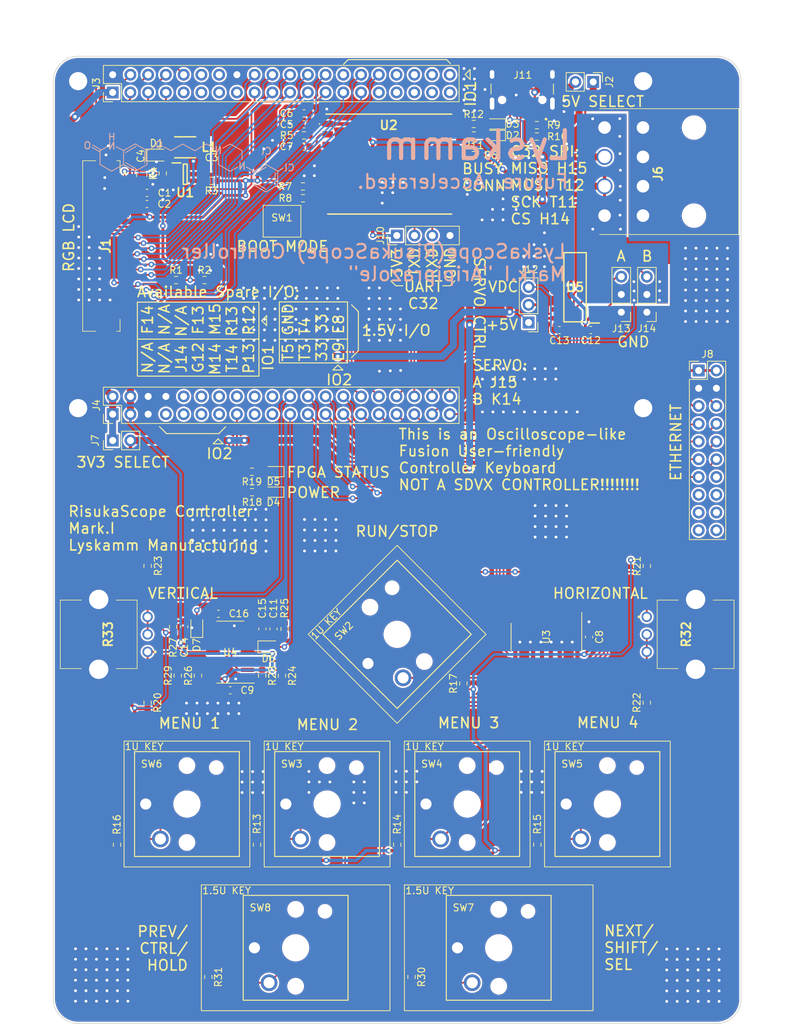
<source format=kicad_pcb>
(kicad_pcb (version 20211014) (generator pcbnew)
  (layers (0 "F.Cu" signal) (31 "B.Cu" signal) (34 "B.Paste" user) (35 "F.Paste" user) (36 "B.SilkS" user "B.Silkscreen") (37 "F.SilkS" user "F.Silkscreen") (38 "B.Mask" user) (39 "F.Mask" user) (44 "Edge.Cuts" user))
  (net 0 "")
  (net 1 "VDD")
  (net 2 "GND")
  (net 3 "VCC")
  (net 4 "/Connection/LED_BL_P")
  (net 5 "Net-(C7-Pad1)")
  (net 6 "Net-(C13-Pad2)")
  (net 7 "Net-(D1-Pad2)")
  (net 8 "Net-(D2-Pad2)")
  (net 9 "Net-(D3-Pad2)")
  (net 10 "/Connection/LCD_G5")
  (net 11 "/Connection/LCD_G4")
  (net 12 "/Connection/LCD_G3")
  (net 13 "/Connection/LCD_BL")
  (net 14 "/Connection/LCD_G0")
  (net 15 "/Connection/LCD_R4")
  (net 16 "/Connection/LCD_G2")
  (net 17 "/Connection/LCD_R0")
  (net 18 "/Connection/LCD_CLK")
  (net 19 "/Connection/JS1")
  (net 20 "/Connection/LCD_G1")
  (net 21 "/Connection/LCD_B0")
  (net 22 "/Connection/LCD_B2")
  (net 23 "/Connection/LCD_B4")
  (net 24 "/Connection/LCD_VSYNC")
  (net 27 "/Connection/JS2")
  (net 28 "Net-(C15-Pad1)")
  (net 29 "/Connection/LCD_DE")
  (net 30 "/Connection/LCD_HSYNC")
  (net 31 "/Connection/LCD_B3")
  (net 32 "/Connection/LCD_B1")
  (net 35 "/Connection/LCD_R2")
  (net 36 "/Connection/LCD_R1")
  (net 37 "/Connection/LCD_R3")
  (net 41 "/Connection/C32_SPI_SCK")
  (net 42 "/Connection/C32_SPI_MOSI")
  (net 43 "/Connection/C32_SPI_MISO")
  (net 44 "/Connection/C32_SPI_CS")
  (net 45 "/Connection/KEY_CLK")
  (net 47 "/Connection/ETH_OSCIN")
  (net 48 "/Connection/ETH_MDC")
  (net 49 "/Connection/ETH_MDIO")
  (net 51 "/Connection/ETH_TX1")
  (net 52 "/Connection/ETH_TX0")
  (net 53 "/Connection/ETH_TXEN")
  (net 54 "/Connection/KEY_READ")
  (net 55 "/Connection/KEY_DATA")
  (net 56 "/Connection/ETH_RX1")
  (net 57 "/Connection/ETH_RX0")
  (net 58 "/Connection/ETH_CRS")
  (net 59 "Net-(C16-Pad1)")
  (net 60 "Net-(D4-Pad2)")
  (net 61 "/Connection/SER_B_CNT")
  (net 62 "/Connection/SER_A_CNT")
  (net 63 "VDC")
  (net 65 "/Connectivity/UART_TX")
  (net 66 "/Connectivity/UART_RX")
  (net 67 "/Connectivity/USB_DP")
  (net 68 "/Connectivity/USB_DN")
  (net 69 "Net-(J11-PadA5)")
  (net 70 "Net-(J11-PadB5)")
  (net 71 "/Controls/SER_A_OUT")
  (net 72 "/Controls/SER_B_OUT")
  (net 73 "Net-(J1-Pad30)")
  (net 74 "/Connection/LED_BL_N")
  (net 75 "Net-(R7-Pad2)")
  (net 76 "Net-(R8-Pad2)")
  (net 77 "/Connectivity/LED_CONN")
  (net 78 "/Connectivity/LED_BUSY")
  (net 79 "Net-(R13-Pad2)")
  (net 80 "Net-(R14-Pad2)")
  (net 81 "Net-(R15-Pad2)")
  (net 98 "VDD_BOARD")
  (net 102 "Net-(D5-Pad2)")
  (net 103 "Net-(D6-Pad1)")
  (net 104 "Net-(D7-Pad1)")
  (net 126 "/Connection/LED0")
  (net 127 "Net-(R17-Pad2)")
  (net 128 "/Controls/JS_V1")
  (net 129 "/Controls/JS_V2")
  (net 130 "Net-(R24-Pad2)")
  (net 131 "Net-(R26-Pad2)")
  (net 133 "Net-(J11-PadA4B9)")
  (net 134 "Net-(R22-Pad1)")
  (net 135 "Net-(R23-Pad1)")
  (net 136 "Net-(R16-Pad2)")
  (net 137 "Net-(R31-Pad2)")
  (net 138 "Net-(R30-Pad2)")
  (footprint "LP3320B6:SOT94P279X130-6N" (layer "F.Cu") (at 93.94 42.344)
    (fp_text reference "U1")
    (fp_text value "LP3320B6" hide)
  )
  (footprint "Resistor_SMD:R_0603_1608Metric" (layer "F.Cu") (at 92.63 57.495)
    (fp_text reference "R1")
    (fp_text value "100")
  )
  (footprint "Capacitor_SMD:C_0603_1608Metric" (layer "F.Cu") (at 110.95 35.205 180)
    (fp_text reference "C5")
    (fp_text value "10uF")
  )
  (footprint "Resistor_SMD:R_0603_1608Metric" (layer "F.Cu") (at 96.7 57.495)
    (fp_text reference "R2")
    (fp_text value "10k")
  )
  (footprint "Resistor_SMD:R_0603_1608Metric" (layer "F.Cu") (at 107.79 114.105 -90)
    (fp_text reference "R24")
    (fp_text value "10k")
  )
  (footprint "Capacitor_SMD:C_0603_1608Metric" (layer "F.Cu") (at 147.51 64.645 180)
    (fp_text reference "C13")
    (fp_text value "0.1uF")
  )
  (footprint "Capacitor_SMD:C_0603_1608Metric" (layer "F.Cu") (at 110.945 33.635 180)
    (fp_text reference "C6")
    (fp_text value "0.1uF")
  )
  (footprint "Resistor_SMD:R_0603_1608Metric" (layer "F.Cu") (at 144.35 138.27 90)
    (fp_text reference "R15")
    (fp_text value "10k")
  )
  (footprint "Capacitor_SMD:C_0603_1608Metric" (layer "F.Cu") (at 104.9825 107.405 90)
    (fp_text reference "C15")
    (fp_text value "0.1uF")
  )
  (footprint "Connector_PinHeader_2.54mm:PinHeader_1x03_P2.54mm_Vertical" (layer "F.Cu") (at 143.1 63.57 180)
    (fp_text reference "J12")
    (fp_text value "Conn_01x03")
  )
  (footprint "Resistor_SMD:R_0603_1608Metric" (layer "F.Cu") (at 90.73 42.223 90)
    (fp_text reference "R4")
    (fp_text value "13")
  )
  (footprint "Resistor_SMD:R_0603_1608Metric" (layer "F.Cu") (at 110.95 36.79)
    (fp_text reference "R5")
    (fp_text value "10k")
  )
  (footprint "Resistor_SMD:R_0603_1608Metric" (layer "F.Cu") (at 103.48875 84.915 180)
    (fp_text reference "R19")
    (fp_text value "120")
  )
  (footprint "Custom:CPG135001D03" (layer "F.Cu") (at 124.28 108.18 45)
    (fp_text reference "SW2")
    (fp_text value "SW_Push")
  )
  (footprint "Custom:CPG135001D03" (layer "F.Cu") (at 134.31 132.46)
    (fp_text reference "SW4")
    (fp_text value "SW_Push")
  )
  (footprint "Custom:CPG135001D03" (layer "F.Cu") (at 94.19 132.46)
    (fp_text reference "SW6")
    (fp_text value "SW_Push")
  )
  (footprint "Diode_SMD:D_SOD-323" (layer "F.Cu") (at 89.85 39.614)
    (fp_text reference "D1")
    (fp_text value "1N5819")
  )
  (footprint "ESP32-C3-WROOM-02U:ESP32C3WROOM02UN4" (layer "F.Cu") (at 123.09 40.895)
    (fp_text reference "U2")
    (fp_text value "ESP32-C3-WROOM-02U-N4" hide)
  )
  (footprint "Resistor_SMD:R_0603_1608Metric" (layer "F.Cu") (at 97.71 43.284 180)
    (fp_text reference "R3")
    (fp_text value "10k")
  )
  (footprint "Resistor_SMD:R_0603_1608Metric" (layer "F.Cu") (at 144.28 36.9625 180)
    (fp_text reference "R10")
    (fp_text value "5.1k")
  )
  (footprint "Capacitor_SMD:C_0603_1608Metric" (layer "F.Cu") (at 106.5825 107.405 90)
    (fp_text reference "C11")
    (fp_text value "10nF")
  )
  (footprint "Capacitor_SMD:C_0603_1608Metric" (layer "F.Cu") (at 98.6925 105.235)
    (fp_text reference "C16")
    (fp_text value "0.1uF")
  )
  (footprint "Connector_PinHeader_2.54mm:PinHeader_2x20_P2.54mm_Vertical" (layer "F.Cu") (at 83.56 76.68 90)
    (fp_text reference "J4")
    (fp_text value "Conn_02x20_Counter_Clockwise")
  )
  (footprint "Resistor_SMD:R_0603_1608Metric" (layer "F.Cu") (at 110.79 44.095)
    (fp_text reference "R7")
    (fp_text value "10k")
  )
  (footprint "Resistor_SMD:R_0603_1608Metric" (layer "F.Cu") (at 103.50625 87.835 180)
    (fp_text reference "R18")
    (fp_text value "120")
  )
  (footprint "Capacitor_SMD:C_0603_1608Metric" (layer "F.Cu") (at 151.75 108.56 90)
    (fp_text reference "C8")
    (fp_text value "0.1uF")
  )
  (footprint "Capacitor_SMD:C_0603_1608Metric" (layer "F.Cu") (at 97.71 41.404)
    (fp_text reference "C3")
    (fp_text value "10uF")
  )
  (footprint "Connector_PinHeader_2.54mm:PinHeader_2x20_P2.54mm_Vertical" (layer "F.Cu") (at 83.56 30.645 90)
    (fp_text reference "J3")
    (fp_text value "Conn_02x20_Counter_Clockwise")
  )
  (footprint "LED_SMD:LED_0603_1608Metric" (layer "F.Cu") (at 138.32 35.155 180)
    (fp_text reference "D3")
    (fp_text value "LED")
  )
  (footprint "Custom:CPG135001D03" (layer "F.Cu") (at 154.38 132.46)
    (fp_text reference "SW5")
    (fp_text value "SW_Push")
  )
  (footprint "Custom:CPG135001D03" (layer "F.Cu") (at 114.25 132.46)
    (fp_text reference "SW3")
    (fp_text value "SW_Push")
  )
  (footprint "Connector_PinHeader_2.54mm:PinHeader_1x02_P2.54mm_Vertical" (layer "F.Cu") (at 152.345 29.135 -90)
    (fp_text reference "J2")
    (fp_text value "Conn_01x02")
  )
  (footprint "Package_SO:SOIC-14_3.9x8.7mm_P1.27mm" (layer "F.Cu") (at 100.3925 110.725 180)
    (fp_text reference "U4")
    (fp_text value "NE556")
  )
  (footprint "Capacitor_SMD:C_0805_2012Metric" (layer "F.Cu") (at 87.71 42.433 -90)
    (fp_text reference "C4")
    (fp_text value "2.2uF/50V")
  )
  (footprint "Resistor_SMD:R_0603_1608Metric" (layer "F.Cu") (at 104.9525 114.095 90)
    (fp_text reference "R28")
    (fp_text value "10k")
  )
  (footprint "Resistor_SMD:R_0603_1608Metric" (layer "F.Cu") (at 135.25 39.615)
    (fp_text reference "R6")
    (fp_text value "10k")
  )
  (footprint "Connector_PinHeader_2.54mm:PinHeader_1x02_P2.54mm_Vertical" (layer "F.Cu") (at 83.565 80.445 90)
    (fp_text reference "J7")
    (fp_text value "Conn_01x02")
  )
  (footprint "Connector_PinHeader_2.54mm:PinHeader_1x03_P2.54mm_Vertical" (layer "F.Cu") (at 156.37 62.085 180)
    (fp_text reference "J13")
    (fp_text value "Conn_01x03")
  )
  (footprint "Capacitor_SMD:C_0603_1608Metric" (layer "F.Cu") (at 88.47 45.014)
    (fp_text reference "C1")
    (fp_text value "10uF")
  )
  (footprint "Resistor_SMD:R_0603_1608Metric" (layer "F.Cu") (at 108.1725 107.405 -90)
    (fp_text reference "R25")
    (fp_text value "10k")
  )
  (footprint "LED_SMD:LED_0603_1608Metric" (layer "F.Cu") (at 138.31 36.805 180)
    (fp_text reference "D2")
    (fp_text value "LED")
  )
  (footprint "Resistor_SMD:R_0603_1608Metric" (layer "F.Cu") (at 144.28 35.3225)
    (fp_text reference "R9")
    (fp_text value "5.1k")
  )
  (footprint "Capacitor_SMD:C_0603_1608Metric" (layer "F.Cu") (at 151.99 64.645)
    (fp_text reference "C12")
    (fp_text value "0.1uF")
  )
  (footprint "Resistor_SMD:R_0603_1608Metric" (layer "F.Cu") (at 84.18 138.29 90)
    (fp_text reference "R16")
    (fp_text value "10k")
  )
  (footprint "Resistor_SMD:R_0603_1608Metric" (layer "F.Cu") (at 126.34 157.2 -90)
    (fp_text reference "R30")
    (fp_text value "10k")
  )
  (footprint "Capacitor_SMD:C_0603_1608Metric" (layer "F.Cu") (at 100.3925 116.185)
    (fp_text reference "C9")
    (fp_text value "0.1uF")
  )
  (footprint "Resistor_SMD:R_0603_1608Metric" (layer "F.Cu") (at 135.24 35.155 180)
    (fp_text reference "R12")
    (fp_text value "120")
  )
  (footprint "Resistor_SMD:R_0603_1608Metric" (layer "F.Cu") (at 133.76 115.22 90)
    (fp_text reference "R17")
    (fp_text value "10k")
  )
  (footprint "Resistor_SMD:R_0603_1608Metric" (layer "F.Cu") (at 160.02 117.96 -90)
    (fp_text reference "R22")
    (fp_text value "10k")
  )
  (footprint "Resistor_SMD:R_0603_1608Metric" (layer "F.Cu") (at 110.8 45.785)
    (fp_text reference "R8")
    (fp_text value "10k")
  )
  (footprint "Capacitor_SMD:C_0603_1608Metric" (layer "F.Cu") (at 88.47 46.614)
    (fp_text reference "C2")
    (fp_text value "0.1uF")
  )
  (footprint "LED_SMD:LED_0603_1608Metric" (layer "F.Cu") (at 106.57625 87.835 180)
    (fp_text reference "D4")
    (fp_text value "LED")
  )
  (footprint "Diode_SMD:D_SOD-323" (layer "F.Cu") (at 105.8525 109.975)
    (fp_text reference "D6")
    (fp_text value "1N5819")
  )
  (footprint "Custom:CPG135001D03_1U5" (layer "F.Cu") (at 138.82 153.03)
    (fp_text reference "SW7")
    (fp_text value "SW_Push")
  )
  (footprint "Resistor_SMD:R_0603_1608Metric" (layer "F.Cu") (at 160.02 98.4 90)
    (fp_text reference "R21")
    (fp_text value "10k")
  )
  (footprint "39-30-1080:39-30-Y080" (layer "F.Cu") (at 159.4741 35.6675 90)
    (fp_text reference "J6")
    (fp_text value "39-30-1080" hide)
  )
  (footprint "Capacitor_SMD:C_0603_1608Metric" (layer "F.Cu") (at 93.8025 107.105 -90)
    (fp_text reference "C14")
    (fp_text value "10nF")
  )
  (footprint "Resistor_SMD:R_0603_1608Metric" (layer "F.Cu") (at 92.2175 107.11 90)
    (fp_text reference "R27")
    (fp_text value "10k")
  )
  (footprint "Resistor_SMD:R_0603_1608Metric" (layer "F.Cu") (at 95.7725 114.085 90)
    (fp_text reference "R26")
    (fp_text value "10k")
  )
  (footprint "Resistor_SMD:R_0603_1608Metric" (layer "F.Cu") (at 88.56 98.38 90)
    (fp_text reference "R23")
    (fp_text value "10k")
  )
  (footprint "Connector_PinHeader_2.54mm:PinHeader_1x04_P2.54mm_Vertical" (layer "F.Cu") (at 124.23 51.115 90)
    (fp_text reference "J10")
    (fp_text value "Conn_01x04")
  )
  (footprint "Connector_PinHeader_2.54mm:PinHeader_2x10_P2.54mm_Vertical" (layer "F.Cu") (at 167.445 70.43)
    (fp_text reference "J8")
    (fp_text value "Conn_02x10_Counter_Clockwise")
  )
  (footprint "Capacitor_SMD:C_0603_1608Metric" (layer "F.Cu") (at 110.95 38.395 180)
    (fp_text reference "C7")
    (fp_text value "0.1uF")
  )
  (footprint "Resistor_SMD:R_0603_1608Metric" (layer "F.Cu") (at 124.29 138.29 90)
    (fp_text reference "R14")
    (fp_text value "10k")
  )
  (footprint "TYPE-C-31-M-12:HRO_TYPE-C-31-M-12" (layer "F.Cu") (at 142.19 28.0625 180)
    (fp_text reference "J11")
    (fp_text value "TYPE-C-31-M-12")
  )
  (footprint "Custom:DSHP02TSGET" (layer "F.Cu") (at 107.8 49.075)
    (fp_text reference "SW1")
    (fp_text value "SW_DIP_x02")
  )
  (footprint "Connector_PinHeader_2.54mm:PinHeader_1x03_P2.54mm_Vertical" (layer "F.Cu") (at 160.03 62.09 180)
    (fp_text reference "J14")
    (fp_text value "Conn_01x03")
  )
  (footprint "Diode_SMD:D_SOD-323" (layer "F.Cu") (at 95.6025 107.135 90)
    (fp_text reference "D7")
    (fp_text value "1N5819")
  )
  (footprint "RK09K1130A5R:RK09K1130A5R" (layer "F.Cu") (at 167.01 108.18 -90)
    (fp_text reference "R32")
    (fp_text value "RK09K1130A5R" hide)
  )
  (footprint "Custom:CPG135001D03_1U5" (layer "F.Cu") (at 109.75 153.03)
    (fp_text reference "SW8")
    (fp_text value "SW_Push")
  )
  (footprint "Resistor_SMD:R_0603_1608Metric" (layer "F.Cu") (at 135.25 36.805 180)
    (fp_text reference "R11")
    (fp_text value "120")
  )
  (footprint "Resistor_SMD:R_0603_1608Metric" (layer "F.Cu") (at 88.56 117.95 -90)
    (fp_text reference "R20")
    (fp_text value "10k")
  )
  (footprint "CD4504BM:SOIC127P600X175-16N" (layer "F.Cu") (at 149.75 58.515 180)
    (fp_text reference "U5")
    (fp_text value "CD4504BM" hide)
  )
  (footprint "SWPA3015S4R7MT:INDPM3030X150N" (layer "F.Cu") (at 93.94 38.495 180)
    (fp_text reference "L1")
    (fp_text value "4.7uH" hide)
  )
  (footprint "RK09K1130A5R:RK09K1130A5R" (layer "F.Cu") (at 81.56 108.18 90)
    (fp_text reference "R33")
    (fp_text value "RK09K1130A5R" hide)
  )
  (footprint "LED_SMD:LED_0603_1608Metric" (layer "F.Cu") (at 106.58875 84.905 180)
    (fp_text reference "D5")
    (fp_text value "LED")
  )
  (footprint "Resistor_SMD:R_0603_1608Metric" (layer "F.Cu") (at 92.88 114.085 90)
    (fp_text reference "R29")
    (fp_text value "10k")
  )
  (footprint "Resistor_SMD:R_0603_1608Metric" (layer "F.Cu") (at 104.22 138.27 90)
    (fp_text reference "R13")
    (fp_text value "10k")
  )
  (footprint "Resistor_SMD:R_0603_1608Metric" (layer "F.Cu") (at 97.26 157.21 -90)
    (fp_text reference "R31")
    (fp_text value "10k")
  )
  (footprint "AFC01-S40FCA-00:AFC01S40FCA00" (layer "F.Cu") (at 82.59 52.615 -90)
    (fp_text reference "J1")
    (fp_text value "AFC01-S40FCA-00" hide)
  )
  (footprint "Package_SO:SOP-16_3.9x9.9mm_P1.27mm" (layer "F.Cu") (at 145.65 108.55 -90)
    (fp_text reference "U3")
    (fp_text value "74HC165")
  )
  (footprint "icons:aripiprazole_medium_2" (layer "B.Cu") (at 94.36 40.585 180)
    (fp_text reference "G***" hide)
    (fp_text value "LOGO" hide)
  )
  (gr_line (start 117.76 61.035) (end 118.73 62.005) (layer "F.SilkS") (width 0.15))
  (gr_rect (start 107.42 60.615) (end 117.18 69.345) (layer "F.SilkS") (width 0.15) (fill none))
  (gr_line (start 118.73 67.605) (end 117.76 68.575) (layer "F.SilkS") (width 0.15))
  (gr_line (start 116.61 26.605) (end 117.27 25.945) (layer "F.SilkS") (width 0.15))
  (gr_line (start 105.595 62.58) (end 104.885 63.29) (layer "F.SilkS") (width 0.15))
  (gr_line (start 118.73 62.005) (end 118.73 67.605) (layer "F.SilkS") (width 0.15))
  (gr_line (start 104.885 63.29) (end 105.595 64) (layer "F.SilkS") (width 0.15))
  (gr_line (start 134.725 28.785) (end 134.725 27.365) (layer "F.SilkS") (width 0.15))
  (gr_line (start 90.26 78.455) (end 91.26 79.455) (layer "F.SilkS") (width 0.15))
  (gr_line (start 99.37 80.915) (end 98.66 80.205) (layer "F.SilkS") (width 0.15))
  (gr_line (start 115.09 70.355) (end 116.51 70.355) (layer "F.SilkS") (width 0.15))
  (gr_line (start 130.83 58.305) (end 131.83 58.305) (layer "F.SilkS") (width 0.15))
  (gr_line (start 105.595 64) (end 105.595 62.58) (layer "F.SilkS") (width 0.15))
  (gr_line (start 98.66 80.205) (end 97.95 80.915) (layer "F.SilkS") (width 0.15))
  (gr_line (start 131.35 25.945) (end 131.92 26.515) (layer "F.SilkS") (width 0.15))
  (gr_line (start 98.76 79.455) (end 99.74 78.475) (layer "F.SilkS") (width 0.15))
  (gr_line (start 125.09 58.305) (end 124.09 58.305) (layer "F.SilkS") (width 0.15))
  (gr_line (start 124.09 58.305) (end 123.38 57.595) (layer "F.SilkS") (width 0.15))
  (gr_rect (start 87.095 60.645) (end 104.495 71.235) (layer "F.SilkS") (width 0.15) (fill none))
  (gr_line (start 117.27 25.945) (end 131.35 25.945) (layer "F.SilkS") (width 0.15))
  (gr_line (start 87.095 65.94) (end 104.495 65.94) (layer "F.SilkS") (width 0.15))
  (gr_line (start 131.83 58.305) (end 132.54 57.595) (layer "F.SilkS") (width 0.15))
  (gr_line (start 134.725 27.365) (end 134.015 28.075) (layer "F.SilkS") (width 0.15))
  (gr_line (start 115.8 69.645) (end 115.09 70.355) (layer "F.SilkS") (width 0.15))
  (gr_line (start 91.26 79.455) (end 98.76 79.455) (layer "F.SilkS") (width 0.15))
  (gr_line (start 116.51 70.355) (end 115.8 69.645) (layer "F.SilkS") (width 0.15))
  (gr_line (start 107.44 65.94) (end 117.17 65.94) (layer "F.SilkS") (width 0.15))
  (gr_line (start 134.015 28.075) (end 134.725 28.785) (layer "F.SilkS") (width 0.15))
  (gr_line (start 97.95 80.915) (end 99.37 80.915) (layer "F.SilkS") (width 0.15))
  (gr_arc (start 170 25.465) (mid 172.489194 26.510555) (end 173.51 29.01) (layer "Edge.Cuts") (width 0.1))
  (gr_line (start 75.055 136.364648) (end 75.055 160.29) (layer "Edge.Cuts") (width 0.1))
  (gr_arc (start 78.62 163.86) (mid 76.098129 162.813336) (end 75.055 160.29) (layer "Edge.Cuts") (width 0.1))
  (gr_line (start 75.055 75.815) (end 75.055 29.025) (layer "Edge.Cuts") (width 0.1))
  (gr_arc (start 173.51 160.34) (mid 172.46755 162.831684) (end 169.97 163.86) (layer "Edge.Cuts") (width 0.1))
  (gr_line (start 173.51 29.01) (end 173.51 160.34) (layer "Edge.Cuts") (width 0.1))
  (gr_line (start 78.62 163.86) (end 169.97 163.86) (layer "Edge.Cuts") (width 0.1))
  (gr_line (start 75.055 75.815) (end 75.055 136.364648) (layer "Edge.Cuts") (width 0.1))
  (gr_line (start 78.615 25.465) (end 170 25.465) (layer "Edge.Cuts") (width 0.1))
  (gr_arc (start 75.055 29.025) (mid 76.0977 26.5077) (end 78.615 25.465) (layer "Edge.Cuts") (width 0.1))
  (gr_text "LyskaScope(RisukaScope) Controller\nMark.I {dblquote}Aripiprazole{dblquote}" (at 148.61 55.015) (layer "B.SilkS") (effects (font (size 2 2) (thickness 0.3)) (justify left mirror)))
  (gr_text "Future. Accelerated." (at 133.68 43.405) (layer "B.SilkS") (effects (font (size 2 2) (thickness 0.3)) (justify mirror)))
  (gr_text "Lyskamm" (at 135.71 38.215) (layer "B.SilkS") (effects (font (size 4 4) (thickness 0.6)) (justify mirror)))
  (gr_text "SERVO:\nA J15\nB K14" (at 134.94 72.125) (layer "F.SilkS") (effects (font (size 1.5 1.5) (thickness 0.225)) (justify left)))
  (gr_text "MENU 2" (at 114.3 121.1) (layer "F.SilkS") (effects (font (size 1.5 1.5) (thickness 0.225))))
  (gr_text "MENU 1" (at 94.56 120.9) (layer "F.SilkS") (effects (font (size 1.5 1.5) (thickness 0.225))))
  (gr_text "ETHERNET" (at 164.19 80.72 90) (layer "F.SilkS") (effects (font (size 1.5 1.5) (thickness 0.225))))
  (gr_text "IO1" (at 134.8 30.805 90) (layer "F.SilkS") (effects (font (size 1.5 1.5) (thickness 0.225))))
  (gr_text "UART\nC32" (at 128.02 59.635) (layer "F.SilkS") (effects (font (size 1.5 1.5) (thickness 0.225))))
  (gr_text "T5 GND\nT3 T4\n33 33\nE9 E8" (at 112.28 69.275 90) (layer "F.SilkS") (effects (font (size 1.5 1.5) (thickness 0.225)) (justify left)))
  (gr_text "3V3" (at 124.27 57.285 90) (layer "F.SilkS") (effects (font (size 1.5 1.5) (thickness 0.225)) (justify left)))
  (gr_text "1.5V I/O" (at 124.15 64.695) (layer "F.SilkS") (effects (font (size 1.5 1.5) (thickness 0.225))))
  (gr_text "GND" (at 158.1 66.335) (layer "F.SilkS") (effects (font (size 1.5 1.5) (thickness 0.225))))
  (gr_text "VERTICAL" (at 93.6 102.32) (layer "F.SilkS") (effects (font (size 1.5 1.5) (thickness 0.225))))
  (gr_text "BOOT MODE" (at 101.17 52.675) (layer "F.SilkS") (effects (font (size 1.5 1.5) (thickness 0.225)) (justify left)))
  (gr_text "RisukaScope Controller\nMark.I\nLyskamm Manufacturing" (at 77.08 93.01) (layer "F.SilkS") (effects (font (size 1.5 1.5) (thickness 0.225)) (justify left)))
  (gr_text "5V SELECT" (at 153.7 31.945) (layer "F.SilkS") (effects (font (size 1.5 1.5) (thickness 0.225))))
  (gr_text "SERVO CTRL\n" (at 136.05 54.065 -90) (layer "F.SilkS") (effects (font (size 1.5 1.5) (thickness 0.225)) (justify left)))
  (gr_text "MENU 3" (at 134.52 120.86) (layer "F.SilkS") (effects (font (size 1.5 1.5) (thickness 0.225))))
  (gr_text "MENU 4" (at 154.43 120.82) (layer "F.SilkS") (effects (font (size 1.5 1.5) (thickness 0.225))))
  (gr_text "GND" (at 131.9 57.525 90) (layer "F.SilkS") (effects (font (size 1.5 1.5) (thickness 0.225)) (justify left)))
  (gr_text "This is an Oscilloscope-like\nFusion User-friendly\nController Keyboard\nNOT A SDVX CONTROLLER!!!!!!!!" (at 124.36 83.16) (layer "F.SilkS") (effects (font (size 1.5 1.5) (thickness 0.225)) (justify left)))
  (gr_text "IO2" (at 98.855 82.33) (layer "F.SilkS") (effects (font (size 1.5 1.5) (thickness 0.225))))
  (gr_text "C32 SPI:\nMISO H15\nMOSI T12\nSCK T11\nCS H14" (at 140.38 43.915) (layer "F.SilkS") (effects (font (size 1.5 1.5) (thickness 0.225)) (justify left)))
  (gr_text "RUN/STOP" (at 124.28 93.44) (layer "F.SilkS") (effects (font (size 1.5 1.5) (thickness 0.225))))
  (gr_text "VDC" (at 139.46 58.455) (layer "F.SilkS") (effects (font (size 1.5 1.5) (thickness 0.225))))
  (gr_text "IO2" (at 115.995 71.77) (layer "F.SilkS") (effects (font (size 1.5 1.5) (thickness 0.225))))
  (gr_text "B" (at 160.06 54.075) (layer "F.SilkS") (effects (font (size 1.5 1.5) (thickness 0.225))))
  (gr_text "NEXT/\nSHIFT/\nSEL" (at 153.79 153.02) (layer "F.SilkS") (effects (font (size 1.5 1.5) (thickness 0.225)) (justify left)))
  (gr_text "IO1" (at 105.81 68.595 90) (layer "F.SilkS") (effects (font (size 1.5 1.5) (thickness 0.225))))
  (gr_text "FPGA STATUS" (at 115.86 84.995) (layer "F.SilkS") (effects (font (size 1.5 1.5) (thickness 0.225))))
  (gr_text "Available Spare I/O:" (at 98.69 59.185) (layer "F.SilkS") (effects (font (size 1.5 1.5) (thickness 0.225))))
  (gr_text "N/A F14\nN/A N/A\nJ14 N/A\nG12 F13\nM14 M15\nT14 R13\nP13 R12" (at 95.8 65.945 90) (layer "F.SilkS") (effects (font (size 1.5 1.5) (thickness 0.225))))
  (gr_text "POWER" (at 112.3 87.885) (layer "F.SilkS") (effects (font (size 1.5 1.5) (thickness 0.225))))
  (gr_text "A" (at 156.34 54.065) (layer "F.SilkS") (effects (font (size 1.5 1.5) (thickness 0.225))))
  (gr_text "+5V" (at 139.29 63.875) (layer "F.SilkS") (effects (font (size 1.5 1.5) (thickness 0.225))))
  (gr_text "RXD" (at 129.31 57.425 90) (layer "F.SilkS") (effects (font (size 1.5 1.5) (thickness 0.225)) (justify left)))
  (gr_text "3V3 SELECT" (at 85.04 83.555) (layer "F.SilkS") (effects (font (size 1.5 1.5) (thickness 0.225))))
  (gr_text "RGB LCD" (at 77.29 51.385 90) (layer "F.SilkS") (effects (font (size 1.5 1.5) (thickness 0.225))))
  (gr_text "PREV/\nCTRL/\nHOLD" (at 94.47 153.12) (layer "F.SilkS") (effects (font (size 1.5 1.5) (thickness 0.225)) (justify right)))
  (gr_text "HORIZONTAL" (at 153.37 102.32) (layer "F.SilkS") (effects (font (size 1.5 1.5) (thickness 0.225))))
  (gr_text "TXD" (at 126.79 57.105 90) (layer "F.SilkS") (effects (font (size 1.5 1.5) (thickness 0.225)) (justify left)))
  (gr_text "BUSY\nCONN" (at 133.46 42.775) (layer "F.SilkS") (effects (font (size 1.5 1.5) (thickness 0.225)) (justify left)))
  (segment (start 149.165 58.18) (end 148.195 59.15) (width 0.4) (layer "F.Cu") (net 1))
  (segment (start 111.72 35.2) (end 111.725 35.205) (width 0.25) (layer "F.Cu") (net 1))
  (segment (start 82.28 137.96) (end 83.435 139.115) (width 0.5) (layer "F.Cu") (net 1))
  (segment (start 153.48 46.105) (end 153.9741 45.6109) (width 0.4) (layer "F.Cu") (net 1))
  (segment (start 124.275 148.125) (end 126.34 150.19) (width 0.25) (layer "F.Cu") (net 1))
  (segment (start 107.64 39.095) (end 104.36 42.375) (width 0.5) (layer "F.Cu") (net 1))
  (segment (start 124.275 139.13) (end 124.29 139.115) (width 0.25) (layer "F.Cu") (net 1))
  (segment (start 151.04 111.07) (end 150.115 111.07) (width 0.4) (layer "F.Cu") (net 1))
  (segment (start 109.965 44.095) (end 107.54 44.095) (width 0.25) (layer "F.Cu") (net 1))
  (segment (start 104.22 145.59) (end 97.26 152.55) (width 0.25) (layer "F.Cu") (net 1))
  (segment (start 88.89 48.495) (end 96.46 48.495) (width 0.4) (layer "F.Cu") (net 1))
  (segment (start 167.445 70.43) (end 169.985 70.43) (width 0.4) (layer "F.Cu") (net 1))
  (segment (start 101.48 87.835) (end 102.68125 87.835) (width 0.25) (layer "F.Cu") (net 1))
  (segment (start 149.17 46.605) (end 149.67 46.105) (width 0.4) (layer "F.Cu") (net 1))
  (segment (start 104.22 139.095) (end 104.22 145.59) (width 0.25) (layer "F.Cu") (net 1))
  (segment (start 153.9741 45.6109) (end 153.9741 44.0675) (width 0.4) (layer "F.Cu") (net 1))
  (segment (start 86.105 80.445) (end 86.105 118.125) (width 0.5) (layer "F.Cu") (net 1))
  (segment (start 151.215 67.785) (end 153.86 70.43) (width 0.4) (layer "F.Cu") (net 1))
  (segment (start 109.965 44.095) (end 109.965 45.775) (width 0.25) (layer "F.Cu") (net 1))
  (segment (start 138.3375 44.0675) (end 153.9741 44.0675) (width 1) (layer "F.Cu") (net 1))
  (segment (start 108.1725 104.4625) (end 108.1725 106.58) (width 0.25) (layer "F.Cu") (net 1))
  (segment (start 133.76 116.045) (end 135.195 116.045) (width 0.25) (layer "F.Cu") (net 1))
  (segment (start 87.695 46.614) (end 87.695 47.3) (width 0.4) (layer "F.Cu") (net 1))
  (segment (start 111.725 35.205) (end 111.785 35.145) (width 0.25) (layer "F.Cu") (net 1))
  (segment (start 149.17 58.175) (end 149.17 46.605) (width 0.5) (layer "F.Cu") (net 1))
  (segment (start 151.215 64.645) (end 151.215 67.785) (width 0.4) (layer "F.Cu") (net 1))
  (segment (start 104.29 42.425) (end 104.29 43.265) (width 0.5) (layer "F.Cu") (net 1))
  (segment (start 92.2175 107.935) (end 91.175 107.935) (width 0.25) (layer "F.Cu") (net 1))
  (segment (start 91.175 107.935) (end 90.44 107.2) (width 0.25) (layer "F.Cu") (net 1))
  (segment (start 107.64 33.325) (end 107.64 39.095) (width 0.5) (layer "F.Cu") (net 1))
  (segment (start 84.18 139.115) (end 85.67622 140.61122) (width 0.5) (layer "F.Cu") (net 1))
  (segment (start 99.58 45.375) (end 102.57 45.375) (width 0.4) (layer "F.Cu") (net 1))
  (segment (start 104.36 42.375) (end 104.34 42.375) (width 0.5) (layer "F.Cu") (net 1))
  (segment (start 102.70378 140.61122) (end 104.22 139.095) (width 0.5) (layer "F.Cu") (net 1))
  (segment (start 157.72 97.56) (end 160.005 97.56) (width 0.25) (layer "F.Cu") (net 1))
  (segment (start 149.67 46.105) (end 153.48 46.105) (width 0.4) (layer "F.Cu") (net 1))
  (segment (start 116.72 84.385) (end 112.76 80.425) (width 1) (layer "F.Cu") (net 1))
  (segment (start 104.22 139.095) (end 107.595 139.095) (width 0.5) (layer "F.Cu") (net 1))
  (segment (start 86.105 118.125) (end 86.71 118.73) (width 0.5) (layer "F.Cu") (net 1))
  (segment (start 111.72 33.635) (end 111.72 35.2) (width 0.5) (layer "F.Cu") (net 1))
  (segment (start 153.54 41.955) (end 153.9741 42.3891) (width 0.5) (layer "F.Cu") (net 1))
  (segment (start 96.46 48.495) (end 99.58 45.375) (width 0.4) (layer "F.Cu") (net 1))
  (segment (start 100.22 80.445) (end 86.105 80.445) (width 1) (layer "F.Cu") (net 1))
  (segment (start 87.695 45.014) (end 87.695 46.614) (width 0.4) (layer "F.Cu") (net 1))
  (segment (start 98.535 43.284) (end 102.571 43.284) (width 0.4) (layer "F.Cu") (net 1))
  (segment (start 138.31 139.1) (end 137.51 139.9) (width 0.5) (layer "F.Cu") (net 1))
  (segment (start 107.595 139.095) (end 109.02 140.52) (width 0.5) (layer "F.Cu") (net 1))
  (segment (start 111.725 36.74) (end 111.775 36.79) (width 0.25) (layer "F.Cu") (net 1))
  (segment (start 85.265 57.865) (end 83.76 57.865) (width 0.25) (layer "F.Cu") (net 1))
  (segment (start 126.34 150.19) (end 126.34 156.375) (width 0.25) (layer "F.Cu") (net 1))
  (segment (start 86.755 118.775) (end 88.56 118.775) (width 0.5) (layer "F.Cu") (net 1))
  (segment (start 90.44 107.2) (end 90.44 104.08) (width 0.25) (layer "F.Cu") (net 1))
  (segment (start 111.72 33.355) (end 110.99 32.625) (width 0.5) (layer "F.Cu") (net 1))
  (segment (start 111.72 33.635) (end 111.72 33.355) (width 0.5) (layer "F.Cu") (net 1))
  (segment (start 150.115 111.07) (end 150.095 111.05) (width 0.25) (layer "F.Cu") (net 1))
  (segment (start 114.34 35.145) (end 118.17 35.145) (width 0.5) (layer "F.Cu") (net 1))
  (segment (start 109.965 45.775) (end 109.975 45.785) (width 0.5) (layer "F.Cu") (net 1))
  (segment (start 88.86 48.465) (end 88.89 48.495) (width 0.4) (layer "F.Cu") (net 1))
  (segment (start 111.785 35.145) (end 114.34 35.145) (width 0.5) (layer "F.Cu") (net 1))
  (segment (start 151.75 109.335) (end 151.75 110.36) (width 0.4) (layer "F.Cu") (net 1))
  (segment (start 134.66 47.745) (end 138.3375 44.0675) (width 1) (layer "F.Cu") (net 1))
  (segment (start 100.23 80.435) (end 100.22 80.445) (width 0.5) (layer "F.Cu") (net 1))
  (segment (start 104.34 42.375) (end 104.29 42.425) (width 0.5) (layer "F.Cu") (net 1))
  (segment (start 106.98 103.27) (end 108.1725 104.4625) (width 0.25) (layer "F.Cu") (net 1))
  (segment (start 138.31 139.1) (end 144.345 139.1) (width 0.25) (layer "F.Cu") (net 1))
  (segment (start 97.26 152.55) (end 97.26 156.385) (width 0.25) (layer "F.Cu") (net 1))
  (segment (start 137.51 139.9) (end 125.075 139.9) (width 0.5) (layer "F.Cu") (net 1))
  (segment (start 135.195 116.045) (end 135.2 116.04) (width 0.25) (layer "F.Cu") (net 1))
  (segment (start 86.72 126.7) (end 82.28 131.14) (width 0.5) (layer "F.Cu") (net 1))
  (segment (start 151.75 110.36) (end 151.055 111.055) (width 0.4) (layer "F.Cu") (net 1))
  (segment (start 107.54 44.095) (end 106.71 43.265) (width 0.25) (layer "F.Cu") (net 1))
  (segment (start 110.99 32.625) (end 108.34 32.625) (width 0.5) (layer "F.Cu") (net 1))
  (segment (start 149.165 58.18) (end 149.17 58.175) (width 0.4) (layer "F.Cu") (net 1))
  (segment (start 86.739 45.014) (end 87.695 45.014) (width 0.3) (layer "F.Cu") (net 1))
  (segment (start 90.44 104.08) (end 91.25 103.27) (width 0.25) (layer "F.Cu") (net 1))
  (segment (start 152.462 62.96) (end 151.775 62.96) (width 0.4) (layer "F.Cu") (net 1))
  (segment (start 123.06 139.13) (end 124.275 139.13) (width 0.5) (layer "F.Cu") (net 1))
  (segment (start 102.571 43.284) (end 102.59 43.265) (width 0.25) (layer "F.Cu") (net 1))
  (segment (start 124.275 139.13) (end 124.275 148.125) (width 0.25) (layer "F.Cu") (net 1))
  (segment (start 100.22 86.575) (end 100.22 80.445) (width 0.25) (layer "F.Cu") (net 1))
  (segment (start 139.7 41.955) (end 153.54 41.955) (width 0.5) (layer "F.Cu") (net 1))
  (segment (start 151.775 62.96) (end 151.215 63.52) (width 0.4) (layer "F.Cu") (net 1))
  (segment (start 106.71 43.265) (end 104.29 43.265) (width 0.25) (layer "F.Cu") (net 1))
  (segment (start 111.725 35.205) (end 111.725 36.74) (width 0.5) (layer "F.Cu") (net 1))
  (segment (start 86.71 118.73) (end 86.72 118.74) (width 0.25) (layer "F.Cu") (net 1))
  (segment (start 148.195 59.15) (end 147.038 59.15) (width 0.4) (layer "F.Cu") (net 1))
  (segment (start 134.66 63.885) (end 134.66 47.745) (width 1) (layer "F.Cu") (net 1))
  (segment (start 86.72 118.74) (end 86.72 126.7) (width 0.5) (layer "F.Cu") (net 1))
  (segment (start 120.79 37.765) (end 120.79 51.095) (width 0.5) (layer "F.Cu") (net 1))
  (segment (start 101.48 87.835) (end 100.22 86.575) (width 0.25) (layer "F.Cu") (net 1))
  (segment (start 109.02 140.52) (end 114.14 140.52) (width 0.5) (layer "F.Cu") (net 1))
  (segment (start 151.215 63.52) (end 151.215 64.645) (width 0.4) (layer "F.Cu") (net 1))
  (segment (start 134.66 84.385) (end 116.72 84.385) (width 1) (layer "F.Cu") (net 1))
  (segment (start 125.075 139.9) (end 124.29 139.115) (width 0.5) (layer "F.Cu") (net 1))
  (segment (start 153.86 70.43) (end 167.445 70.43) (width 0.4) (layer "F.Cu") (net 1))
  (segment (start 86.09 44.365) (end 86.739 45.014) (width 0.3) (layer "F.Cu") (net 1))
  (segment (start 151.055 111.055) (end 151.04 111.07) (width 0.4) (layer "F.Cu") (net 1))
  (segment (start 108.34 32.625) (end 107.64 33.325) (width 0.5) (layer "F.Cu") (net 1))
  (segment (start 153.9741 42.3891) (end 153.9741 44.0675) (width 0.5) (layer "F.Cu") (net 1))
  (segment (start 82.28 131.14) (end 82.28 137.96) (width 0.5) (layer "F.Cu") (net 1))
  (segment (start 83.435 139.115) (end 84.18 139.115) (width 0.5) (layer "F.Cu") (net 1))
  (segment (start 118.17 35.145) (end 120.79 37.765) (width 0.5) (layer "F.Cu") (net 1))
  (segment (start 85.67622 140.61122) (end 102.70378 140.61122) (width 0.5) (layer "F.Cu") (net 1))
  (segment (start 85.265 44.365) (end 86.09 44.365) (width 0.3) (layer "F.Cu") (net 1))
  (segment (start 144.345 139.1) (end 144.35 139.095) (width 0.4) (layer "F.Cu") (net 1))
  (segment (start 86.71 118.73) (end 86.755 118.775) (width 0.5) (layer "F.Cu") (net 1))
  (segment (start 91.25 103.27) (end 106.98 103.27) (width 0.25) (layer "F.Cu") (net 1))
  (segment (start 112.76 80.425) (end 102.42 80.425) (width 1) (layer "F.Cu") (net 1))
  (segment (start 137.36 39.615) (end 136.075 39.615) (width 0.4) (layer "F.Cu") (net 1))
  (segment (start 87.695 47.3) (end 88.86 48.465) (width 0.4) (layer "F.Cu") (net 1))
  (segment (start 139.39 41.645) (end 139.7 41.955) (width 0.5) (layer "F.Cu") (net 1))
  (via (at 151.055 111.055) (size 0.8) (drill 0.4) (layers "F.Cu" "B.Cu") (net 1))
  (via (at 139.39 41.645) (size 0.8) (drill 0.4) (layers "F.Cu" "B.Cu") (net 1))
  (via (at 123.06 139.13) (size 0.8) (drill 0.4) (layers "F.Cu" "B.Cu") (net 1))
  (via (at 135.2 116.04) (size 0.8) (drill 0.4) (layers "F.Cu" "B.Cu") (net 1))
  (via (at 120.79 51.095) (size 0.8) (drill 0.4) (layers "F.Cu" "B.Cu") (net 1))
  (via (at 102.42 80.425) (size 1) (drill 0.5) (layers "F.Cu" "B.Cu") (net 1))
  (via (at 157.72 97.56) (size 0.8) (drill 0.4) (layers "F.Cu" "B.Cu") (net 1))
  (via (at 114.14 140.52) (size 0.8) (drill 0.4) (layers "F.Cu" "B.Cu") (net 1))
  (via (at 83.76 57.865) (size 0.8) (drill 0.4) (layers "F.Cu" "B.Cu") (net 1))
  (via (at 102.59 43.265) (size 0.8) (drill 0.4) (layers "F.Cu" "B.Cu") (net 1))
  (via (at 149.165 58.18) (size 0.8) (drill 0.4) (layers "F.Cu" "B.Cu") (net 1))
  (via (at 134.66 63.885) (size 1) (drill 0.5) (layers "F.Cu" "B.Cu") (net 1))
  (via (at 104.29 43.265) (size 0.8) (drill 0.4) (layers "F.Cu" "B.Cu") (net 1))
  (via (at 120.79 37.765) (size 0.8) (drill 0.4) (layers "F.Cu" "B.Cu") (net 1))
  (via (at 88.86 48.465) (size 0.8) (drill 0.4) (layers "F.Cu" "B.Cu") (net 1))
  (via (at 86.71 118.73) (size 0.8) (drill 0.4) (layers "F.Cu" "B.Cu") (net 1))
  (via (at 91.175 107.935) (size 0.8) (drill 0.4) (layers "F.Cu" "B.Cu") (net 1))
  (via (at 100.23 80.435) (size 1) (drill 0.5) (layers "F.Cu" "B.Cu") (net 1))
  (via (at 137.36 39.615) (size 0.8) (drill 0.4) (layers "F.Cu" "B.Cu") (net 1))
  (via (at 134.66 84.385) (size 1) (drill 0.5) (layers "F.Cu" "B.Cu") (net 1))
  (via (at 138.31 139.1) (size 0.8) (drill 0.4) (layers "F.Cu" "B.Cu") (net 1))
  (via (at 151.215 63.52) (size 0.8) (drill 0.4) (layers "F.Cu" "B.Cu") (net 1))
  (via (at 102.57 45.375) (size 0.8) (drill 0.4) (layers "F.Cu" "B.Cu") (net 1))
  (segment (start 149.165 58.18) (end 149.165 59.63) (width 0.5) (layer "B.Cu") (net 1))
  (segment (start 135.2 116.04) (end 135.2 123.1) (width 0.5) (layer "B.Cu") (net 1))
  (segment (start 88.86 48.465) (end 86.43 48.465) (width 0.4) (layer "B.Cu") (net 1))
  (segment (start 157.73 109.76) (end 156.435 111.055) (width 0.25) (layer "B.Cu") (net 1))
  (segment (start 100.23 80.435) (end 102.41 80.435) (width 1) (layer "B.Cu") (net 1))
  (segment (start 135.2 113.99) (end 138.135 111.055) (width 0.4) (layer "B.Cu") (net 1))
  (segment (start 119.83 139.13) (end 118.44 140.52) (width 0.5) (layer "B.Cu") (net 1))
  (segment (start 120.81 51.115) (end 124.23 51.115) (width 0.4) (layer "B.Cu") (net 1))
  (segment (start 157.73 97.57) (end 157.73 109.76) (width 0.25) (layer "B.Cu") (net 1))
  (segment (start 136.4 37.765) (end 137.36 38.725) (width 0.5) (layer "B.Cu") (net 1))
  (segment (start 89.48 118.73) (end 86.71 118.73) (width 0.25) (layer "B.Cu") (net 1))
  (segment (start 118.44 140.52) (end 114.14 140.52) (width 0.5) (layer "B.Cu") (net 1))
  (segment (start 156.435 111.055) (end 151.055 111.055) (width 0.25) (layer "B.Cu") (net 1))
  (segment (start 135.2 116.04) (end 135.2 113.99) (width 0.4) (layer "B.Cu") (net 1))
  (segment (start 86.43 48.465) (end 83.76 51.135) (width 0.4) (layer "B.Cu") (net 1))
  (segment (start 102.41 80.435) (end 102.42 80.425) (width 0.5) (layer "B.Cu") (net 1))
  (segment (start 157.72 97.56) (end 157.73 97.57) (width 0.4) (layer "B.Cu") (net 1))
  (segment (start 151.215 61.68) (end 151.215 63.52) (width 0.5) (layer "B.Cu") (net 1))
  (segment (start 139.39 41.645) (end 137.36 39.615) (width 0.5) (layer "B.Cu") (net 1))
  (segment (start 83.76 51.135) (end 83.76 57.865) (width 0.4) (layer "B.Cu") (net 1))
  (segment (start 120.79 37.765) (end 136.4 37.765) (width 0.5) (layer "B.Cu") (net 1))
  (segment (start 135.2 123.1) (end 136.92 124.82) (width 0.5) (layer "B.Cu") (net 1))
  (segment (start 120.79 51.095) (end 120.81 51.115) (width 0.25) (layer "B.Cu") (net 1))
  (segment (start 136.92 124.82) (end 136.92 137.71) (width 0.5) (layer "B.Cu") (net 1))
  (segment (start 136.92 137.71) (end 138.31 139.1) (width 0.5) (layer "B.Cu") (net 1))
  (segment (start 102.59 43.265) (end 104.29 43.265) (width 0.5) (layer "B.Cu") (net 1))
  (segment (start 102.59 43.265) (end 102.59 45.355) (width 0.4) (layer "B.Cu") (net 1))
  (segment (start 123.06 139.13) (end 119.83 139.13) (width 0.5) (layer "B.Cu") (net 1))
  (segment (start 91.175 117.035) (end 89.48 118.73) (width 0.25) (layer "B.Cu") (net 1))
  (segment (start 134.66 84.385) (end 134.66 63.885) (width 1) (layer "B.Cu") (net 1))
  (segment (start 91.175 107.935) (end 91.175 117.035) (width 0.25) (layer "B.Cu") (net 1))
  (segment (start 149.165 59.63) (end 151.215 61.68) (width 0.5) (layer "B.Cu") (net 1))
  (segment (start 102.59 45.355) (end 102.57 45.375) (width 0.25) (layer "B.Cu") (net 1))
  (segment (start 138.135 111.055) (end 151.055 111.055) (width 0.4) (layer "B.Cu") (net 1))
  (segment (start 137.36 38.725) (end 137.36 39.615) (width 0.5) (layer "B.Cu") (net 1))
  (segment (start 85.265 48.865) (end 86.84 48.865) (width 0.25) (layer "F.Cu") (net 2))
  (segment (start 143.94 33.1575) (end 143.94 34.1325) (width 0.25) (layer "F.Cu") (net 2))
  (segment (start 85.265 60.365) (end 83.22 60.365) (width 0.25) (layer "F.Cu") (net 2))
  (segment (start 145.105 35.2975) (end 145.105 35.3225) (width 0.25) (layer "F.Cu") (net 2))
  (segment (start 85.265 56.865) (end 82.16 56.865) (width 0.25) (layer "F.Cu") (net 2))
  (segment (start 85.265 48.865) (end 85.265 49.365) (width 0.25) (layer "F.Cu") (net 2))
  (segment (start 141.33 31.595) (end 141.33 31.015) (width 0.25) (layer "F.Cu") (net 2))
  (segment (start 85.265 43.865) (end 87.228 43.865) (width 0.25) (layer "F.Cu") (net 2))
  (segment (start 87.228 43.865) (end 87.71 43.383) (width 0.25) (layer "F.Cu") (net 2))
  (segment (start 82.16 56.865) (end 81.69 57.335) (width 0.25) (layer "F.Cu") (net 2))
  (segment (start 140.94 31.985) (end 141.33 31.595) (width 0.25) (layer "F.Cu") (net 2))
  (segment (start 83.22 60.365) (end 83.19 60.335) (width 0.25) (layer "F.Cu") (net 2))
  (segment (start 85.265 49.365) (end 86.81 49.365) (width 0.25) (layer "F.Cu") (net 2))
  (segment (start 140.94 33.1575) (end 140.94 31.985) (width 0.25) (layer "F.Cu") (net 2))
  (segment (start 143.94 34.1325) (end 145.105 35.2975) (width 0.25) (layer "F.Cu") (net 2))
  (via (at 103.79 60.115) (size 0.8) (drill 0.4) (layers "F.Cu" "B.Cu") (net 2))
  (via (at 100.9725 106.955) (size 0.8) (drill 0.4) (layers "F.Cu" "B.Cu") (net 2))
  (via (at 148.53 94.26) (size 0.8) (drill 0.4) (layers "F.Cu" "B.Cu") (net 2))
  (via (at 123.25 64.615) (size 0.8) (drill 0.4) (layers "F.Cu" "B.Cu") (net 2))
  (via (at 102.51 91.79) (size 0.8) (drill 0.4) (layers "F.Cu" "B.Cu") (net 2))
  (via (at 85.74 154.67) (size 0.8) (drill 0.4) (layers "F.Cu" "B.Cu") (net 2))
  (via (at 142.49 70.17) (size 0.8) (drill 0.4) (layers "F.Cu" "B.Cu") (net 2))
  (via (at 147.85 109.29) (size 0.8) (drill 0.4) (layers "F.Cu" "B.Cu") (net 2))
  (via (at 105.51 94.79) (size 0.8) (drill 0.4) (layers "F.Cu" "B.Cu") (net 2))
  (via (at 84.24 157.67) (size 0.8) (drill 0.4) (layers "F.Cu" "B.Cu") (net 2))
  (via (at 140.99 70.17) (size 0.8) (drill 0.4) (layers "F.Cu" "B.Cu") (net 2))
  (via (at 170.07 57.42) (size 0.8) (drill 0.4) (layers "F.Cu" "B.Cu") (net 2))
  (via (at 89.31 43.785) (size 0.8) (drill 0.4) (layers "F.Cu" "B.Cu") (net 2))
  (via (at 96.51 96.29) (size 0.8) (drill 0.4) (layers "F.Cu" "B.Cu") (net 2))
  (via (at 101.01 94.79) (size 0.8) (drill 0.4) (layers "F.Cu" "B.Cu") (net 2))
  (via (at 106.79 66.115) (size 0.8) (drill 0.4) (layers "F.Cu" "B.Cu") (net 2))
  (via (at 94.13 118.02) (size 0.8) (drill 0.4) (layers "F.Cu" "B.Cu") (net 2))
  (via (at 78.24 153.17) (size 0.8) (drill 0.4) (layers "F.Cu" "B.Cu") (net 2))
  (via (at 79.74 153.17) (size 0.8) (drill 0.4) (layers "F.Cu" "B.Cu") (net 2))
  (via (at 125.61 130.78) (size 0.8) (drill 0.4) (layers "F.Cu" "B.Cu") (net 2))
  (via (at 148.53 91.26) (size 0.8) (drill 0.4) (layers "F.Cu" "B.Cu") (net 2))
  (via (at 165.57 52.92) (size 0.8) (drill 0.4) (layers "F.Cu" "B.Cu") (net 2))
  (via (at 114.02 91.75) (size 0.8) (drill 0.4) (layers "F.Cu" "B.Cu") (net 2))
  (via (at 146.99 76.355) (size 0.8) (drill 0.4) (layers "F.Cu" "B.Cu") (net 2))
  (via (at 95.63 118.02) (size 0.8) (drill 0.4) (layers "F.Cu" "B.Cu") (net 2))
  (via (at 112.52 94.75) (size 0.8) (drill 0.4) (layers "F.Cu" "B.Cu") (net 2))
  (via (at 170.07 55.92) (size 0.8) (drill 0.4) (layers "F.Cu" "B.Cu") (net 2))
  (via (at 145.49 70.17) (size 0.8) (drill 0.4) (layers "F.Cu" "B.Cu") (net 2))
  (via (at 124.75 64.615) (size 0.8) (drill 0.4) (layers "F.Cu" "B.Cu") (net 2))
  (via (at 165.87 159.2) (size 0.8) (drill 0.4) (layers "F.Cu" "B.Cu") (net 2))
  (via (at 112.43 42.555) (size 0.8) (drill 0.4) (layers "F.Cu" "B.Cu") (net 2))
  (via (at 149.35 109.29) (size 0.8) (drill 0.4) (layers "F.Cu" "B.Cu") (net 2))
  (via (at 124.78 70.425) (size 0.8) (drill 0.4) (layers "F.Cu" "B.Cu") (net 2))
  (via (at 95.01 96.29) (size 0.8) (drill 0.4) (layers "F.Cu" "B.Cu") (net 2))
  (via (at 82.74 160.67) (size 0.8) (drill 0.4) (layers "F.Cu" "B.Cu") (net 2))
  (via (at 136.49 70.17) (size 0.8) (drill 0.4) (layers "F.Cu" "B.Cu") (net 2))
  (via (at 104.01 93.29) (size 0.8) (drill 0.4) (layers "F.Cu" "B.Cu") (net 2))
  (via (at 78.24 157.67) (size 0.8) (drill 0.4) (layers "F.Cu" "B.Cu") (net 2))
  (via (at 97.59 53.795) (size 0.8) (drill 0.4) (layers "F.Cu" "B.Cu") (net 2))
  (via (at 135.35 28.725) (size 0.8) (drill 0.4) (layers "F.Cu" "B.Cu") (net 2))
  (via (at 143.99 70.17) (size 0.8) (drill 0.4) (layers "F.Cu" "B.Cu") (net 2))
  (via (at 124.11 129.28) (size 0.8) (drill 0.4) (layers "F.Cu" "B.Cu") (net 2))
  (via (at 78.69 57.335) (size 0.8) (drill 0.4) (layers "F.Cu" "B.Cu") (net 2))
  (via (at 96.51 91.79) (size 0.8) (drill 0.4) (layers "F.Cu" "B.Cu") (net 2))
  (via (at 98.01 93.29) (size 0.8) (drill 0.4) (layers "F.Cu" "B.Cu") (net 2))
  (via (at 115.52 94.75) (size 0.8) (drill 0.4) (layers "F.Cu" "B.Cu") (net 2))
  (via (at 112.52 96.25) (size 0.8) (drill 0.4) (layers "F.Cu" "B.Cu") (net 2))
  (via (at 111.02 96.25) (size 0.8) (drill 0.4) (layers "F.Cu" "B.Cu") (net 2))
  (via (at 170.07 52.92) (size 0.8) (drill 0.4) (layers "F.Cu" "B.Cu") (net 2))
  (via (at 85.74 159.17) (size 0.8) (drill 0.4) (layers "F.Cu" "B.Cu") (net 2))
  (via (at 145.37 50.73) (size 0.8) (drill 0.4) (layers "F.Cu" "B.Cu") (net 2))
  (via (at 120.25 64.615) (size 0.8) (drill 0.4) (layers "F.Cu" "B.Cu") (net 2))
  (via (at 165.57 60.42) (size 0.8) (drill 0.4) (layers "F.Cu" "B.Cu") (net 2))
  (via (at 164.37 156.2) (size 0.8) (drill 0.4) (layers "F.Cu" "B.Cu") (net 2))
  (via (at 165.87 156.2) (size 0.8) (drill 0.4) (layers "F.Cu" "B.Cu") (net 2))
  (via (at 105.51 90.29) (size 0.8) (drill 0.4) (layers "F.Cu" "B.Cu") (net 2))
  (via (at 98.01 96.29) (size 0.8) (drill 0.4) (layers "F.Cu" "B.Cu") (net 2))
  (via (at 145.04 130.79) (size 0.8) (drill 0.4) (layers "F.Cu" "B.Cu") (net 2))
  (via (at 165.87 157.7) (size 0.8) (drill 0.4) (layers "F.Cu" "B.Cu") (net 2))
  (via (at 121.75 64.615) (size 0.8) (drill 0.4) (layers "F.Cu" "B.Cu") (net 2))
  (via (at 105.09 130.82) (size 0.8) (drill 0.4) (layers "F.Cu" "B.Cu") (net 2))
  (via (at 139.49 76.355) (size 0.8) (drill 0.4) (layers "F.Cu" "B.Cu") (net 2))
  (via (at 78.24 159.17) (size 0.8) (drill 0.4) (layers "F.Cu" "B.Cu") (net 2))
  (via (at 82.74 153.17) (size 0.8) (drill 0.4) (layers "F.Cu" "B.Cu") (net 2))
  (via (at 82.74 156.17) (size 0.8) (drill 0.4) (layers "F.Cu" "B.Cu") (net 2))
  (via (at 81.69 55.835) (size 0.8) (drill 0.4) (layers "F.Cu" "B.Cu") (net 2))
  (via (at 112.79 61.615) (size 0.8) (drill 0.4) (layers "F.Cu" "B.Cu") (net 2))
  (via (at 123.3 70.475) (size 0.8) (drill 0.4) (layers "F.Cu" "B.Cu") (net 2))
  (via (at 167.07 54.42) (size 0.8) (drill 0.4) (layers "F.Cu" "B.Cu") (net 2))
  (via (at 124.11 127.78) (size 0.8) (drill 0.4) (layers "F.Cu" "B.Cu") (net 2))
  (via (at 108.29 64.615) (size 0.8) (drill 0.4) (layers "F.Cu" "B.Cu") (net 2))
  (via (at 162.87 153.2) (size 0.8) (drill 0.4) (layers "F.Cu" "B.Cu") (net 2))
  (via (at 123.25 63.115) (size 0.8) (drill 0.4) (layers "F.Cu" "B.Cu") (net 2))
  (via (at 168.57 61.92) (size 0.8) (drill 0.4) (layers "F.Cu" "B.Cu") (net 2))
  (via (at 98.63 118.02) (size 0.8) (drill 0.4) (layers "F.Cu" "B.Cu") (net 2))
  (via (at 84.24 160.67) (size 0.8) (drill 0.4) (layers "F.Cu" "B.Cu") (net 2))
  (via (at 84.24 156.17) (size 0.8) (drill 0.4) (layers "F.Cu" "B.Cu") (net 2))
  (via (at 108.29 58.615) (size 0.8) (drill 0.4) (layers "F.Cu" "B.Cu") (net 2))
  (via (at 119.58 130.8) (size 0.8) (drill 0.4) (layers "F.Cu" "B.Cu") (net 2))
  (via (at 106.79 58.615) (size 0.8) (drill 0.4) (layers "F.Cu" "B.Cu") (net 2))
  (via (at 142.04 130.79) (size 0.8) (drill 0.4) (layers "F.Cu" "B.Cu") (net 2))
  (via (at 81.69 58.835) (size 0.8) (drill 0.4) (layers "F.Cu" "B.Cu") (net 2))
  (via (at 134.32 43.585) (size 0.8) (drill 0.4) (layers "F.Cu" "B.Cu") (net 2))
  (via (at 82.43 42.825) (size 0.8) (drill 0.4) (layers "F.Cu" "B.Cu") (net 2))
  (via (at 124.75 61.615) (size 0.8) (drill 0.4) (layers "F.Cu" "B.Cu") (net 2))
  (via (at 139.44 45.875) (size 0.8) (drill 0.4) (layers "F.Cu" "B.Cu") (net 2))
  (via (at 136.44 48.875) (size 0.8) (drill 0.4) (layers "F.Cu" "B.Cu") (net 2))
  (via (at 115.52 93.25) (size 0.8) (drill 0.4) (layers "F.Cu" "B.Cu") (net 2))
  (via (at 170.07 54.42) (size 0.8) (drill 0.4) (layers "F.Cu" "B.Cu") (net 2))
  (via (at 82.61 39.585) (size 0.8) (drill 0.4) (layers "F.Cu" "B.Cu") (net 2))
  (via (at 135.35 30.225) (size 0.8) (drill 0.4) (layers "F.Cu" "B.Cu") (net 2))
  (via (at 94.13 119.52) (size 0.8) (drill 0.4) (layers "F.Cu" "B.Cu") (net 2))
  (via (at 170.37 157.7) (size 0.8) (drill 0.4) (layers "F.Cu" "B.Cu") (net 2))
  (via (at 104.01 90.29) (size 0.8) (drill 0.4) (layers "F.Cu" "B.Cu") (net 2))
  (via (at 120.25 58.615) (size 0.8) (drill 0.4) (layers "F.Cu" "B.Cu") (net 2))
  (via (at 85.74 153.17) (size 0.8) (drill 0.4) (layers "F.Cu" "B.Cu") (net 2))
  (via (at 101.01 91.79) (size 0.8) (drill 0.4) (layers "F.Cu" "B.Cu") (net 2))
  (via (at 101.1675 114.56) (size 0.8) (drill 0.4) (layers "F.Cu" "B.Cu") (net 2))
  (via (at 111.02 94.75) (size 0.8) (drill 0.4) (layers "F.Cu" "B.Cu") (net 2))
  (via (at 144.03 94.26) (size 0.8) (drill 0.4) (layers "F.Cu" "B.Cu") (net 2))
  (via (at 141.33 31.015) (size 0.8) (drill 0.4) (layers "F.Cu" "B.Cu") (net 2))
  (via (at 143.88 54.07) (size 0.8) (drill 0.4) (layers "F.Cu" "B.Cu") (net 2))
  (via (at 111.02 93.25) (size 0.8) (drill 0.4) (layers "F.Cu" "B.Cu") (net 2))
  (via (at 101.63 118.02) (size 0.8) (drill 0.4) (layers "F.Cu" "B.Cu") (net 2))
  (via (at 133.85 28.725) (size 0.8) (drill 0.4) (layers "F.Cu" "B.Cu") (net 2))
  (via (at 114.65 129.3) (size 0.8) (drill 0.4) (layers "F.Cu" "B.Cu") (net 2))
  (via (at 85.74 157.67) (size 0.8) (drill 0.4) (layers "F.Cu" "B.Cu") (net 2))
  (via (at 120.25 60.115) (size 0.8) (drill 0.4) (layers "F.Cu" "B.Cu") (net 2))
  (via (at 102.29 61.615) (size 0.8) (drill 0.4) (layers "F.Cu" "B.Cu") (net 2))
  (via (at 112.79 66.115) (size 0.8) (drill 0.4) (layers "F.Cu" "B.Cu") (net 2))
  (via (at 146.99 70.17) (size 0.8) (drill 0.4) (layers "F.Cu" "B.Cu") (net 2))
  (via (at 142.04 129.29) (size 0.8) (drill 0.4) (layers "F.Cu" "B.Cu") (net 2))
  (via (at 79.74 157.67) (size 0.8) (drill 0.4) (layers "F.Cu" "B.Cu") (net 2))
  (via (at 147.03 89.76) (size 0.8) (drill 0.4) (layers "F.Cu" "B.Cu") (net 2))
  (via (at 102.29 58.615) (size 0.8) (drill 0.4) (layers "F.Cu" "B.Cu") (net 2))
  (via (at 115.79 58.615) (size 0.8) (drill 0.4) (layers "F.Cu" "B.Cu") (net 2))
  (via (at 102.29 64.615) (size 0.8) (drill 0.4) (layers "F.Cu" "B.Cu") (net 2))
  (via (at 148.53 92.76) (size 0.8) (drill 0.4) (layers "F.Cu" "B.Cu") (net 2))
  (via (at 97.59 56.125) (size 0.8) (drill 0.4) (layers "F.Cu" "B.Cu") (net 2))
  (via (at 139.44 48.875) (size 0.8) (drill 0.4) (layers "F.Cu" "B.Cu") (net 2))
  (via (at 164.37 159.2) (size 0.8) (drill 0.4) (layers "F.Cu" "B.Cu") (net 2))
  (via (at 124.11 130.78) (size 0.8) (drill 0.4) (layers "F.Cu" "B.Cu") (net 2))
  (via (at 167.37 157.7) (size 0.8) (drill 0.4) (layers "F.Cu" "B.Cu") (net 2))
  (via (at 159.505 29.025) (size 3.6) (drill 2.6) (layers "F.Cu" "B.Cu") (net 2))
  (via (at 162.87 160.7) (size 0.8) (drill 0.4) (layers "F.Cu" "B.Cu") (net 2))
  (via (at 80.19 58.835) (size 0.8) (drill 0.4) (layers "F.Cu" "B.Cu") (net 2))
  (via (at 103.59 127.82) (size 0.8) (drill 0.4) (layers "F.Cu" "B.Cu") (net 2))
  (via (at 144.03 92.76) (size 0.8) (drill 0.4) (layers "F.Cu" "B.Cu") (net 2))
  (via (at 136.49 71.67) (size 0.8) (drill 0.4) (layers "F.Cu" "B.Cu") (net 2))
  (via (at 120.25 61.615) (size 0.8) (drill 0.4) (layers "F.Cu" "B.Cu") (net 2))
  (via (at 145.37 52.42) (size 0.8) (drill 0.4) (layers "F.Cu" "B.Cu") (net 2))
  (via (at 144.03 91.26) (size 0.8) (drill 0.4) (layers "F.Cu" "B.Cu") (net 2))
  (via (at 127.11 129.28) (size 0.8) (drill 0.4) (layers "F.Cu" "B.Cu") (net 2))
  (via (at 133.85 30.225) (size 0.8) (drill 0.4) (layers "F.Cu" "B.Cu") (net 2))
  (via (at 168.87 154.7) (size 0.8) (drill 0.4) (layers "F.Cu" "B.Cu") (net 2))
  (via (at 123.65 44.985) (size 0.8) (drill 0.4) (layers "F.Cu" "B.Cu") (net 2))
  (via (at 114.02 94.75) (size 0.8) (drill 0.4) (layers "F.Cu" "B.Cu") (net 2))
  (via (at 115.52 96.25) (size 0.8) (drill 0.4) (layers "F.Cu" "B.Cu") (net 2))
  (via (at 103.59 129.32) (size 0.8) (drill 0.4) (layers "F.Cu" "B.Cu") (net 2))
  (via (at 106.79 64.615) (size 0.8) (drill 0.4) (layers "F.Cu" "B.Cu") (net 2))
  (via (at 95.63 119.52) (size 0.8) (drill 0.4) (layers "F.Cu" "B.Cu") (net 2))
  (via (at 111.02 91.75) (size 0.8) (drill 0.4) (layers "F.Cu" "B.Cu") (net 2))
  (via (at 133.85 33.225) (size 0.8) (drill 0.4) (layers "F.Cu" "B.Cu") (net 2))
  (via (at 167.37 159.2) (size 0.8) (drill 0.4) (layers "F.Cu" "B.Cu") (net 2))
  (via (at 167.07 57.42) (size 0.8) (drill 0.4) (layers "F.Cu" "B.Cu") (net 2))
  (via (at 142.49 76.355) (size 0.8) (drill 0.4) (layers "F.Cu" "B.Cu") (net 2))
  (via (at 120.25 66.115) (size 0.8) (drill 0.4) (layers "F.Cu" "B.Cu") (net 2))
  (via (at 139.49 71.67) (size 0.8) (drill 0.4) (layers "F.Cu" "B.Cu") (net 2))
  (via (at 170.07 60.42) (size 0.8) (drill 0.4) (layers "F.Cu" "B.Cu") (net 2))
  (via (at 135.35 33.225) (size 0.8) (drill 0.4) (layers "F.Cu" "B.Cu") (net 2))
  (via (at 159.505 75.815) (size 3.6) (drill 2.6) (layers "F.Cu" "B.Cu") (net 2))
  (via (at 148.49 76.355) (size 0.8) (drill 0.4) (layers "F.Cu" "B.Cu") (net 2))
  (via (at 118.08 129.3) (size 0.8) (drill 0.4) (layers "F.Cu" "B.Cu") (net 2))
  (via (at 102.29 66.115) (size 0.8) (drill 0.4) (layers "F.Cu" "B.Cu") (net 2))
  (via (at 114.02 96.25) (size 0.8) (drill 0.4) (layers "F.Cu" "B.Cu") (net 2))
  (via (at 81.24 160.67) (size 0.8) (drill 0.4) (layers "F.Cu" "B.Cu") (net 2))
  (via (at 125.61 129.28) (size 0.8) (drill 0.4) (layers "F.Cu" "B.Cu") (net 2))
  (via (at 84.24 153.17) (size 0.8) (drill 0.4) (layers "F.Cu" "B.Cu") (net 2))
  (via (at 141.32 47.385) (size 0.8) (drill 0.4) (layers "F.Cu" "B.Cu") (net 2))
  (via (at 171.57 58.92) (size 0.8) (drill 0.4) (layers "F.Cu" "B.Cu") (net 2))
  (via (at 99.51 96.29) (size 0.8) (drill 0.4) (layers "F.Cu" "B.Cu") (net 2))
  (via (at 145.49 76.355) (size 0.8) (drill 0.4) (layers "F.Cu" "B.Cu") (net 2))
  (via (at 120.25 63.115) (size 0.8) (drill 0.4) (layers "F.Cu" "B.Cu") (net 2))
  (via (at 168.57 63.42) (size 0.8) (drill 0.4) (layers "F.Cu" "B.Cu") (net 2))
  (via (at 137.99 76.355) (size 0.8) (drill 0.4) (layers "F.Cu" "B.Cu") (net 2))
  (via (at 145.38 55.57) (size 0.8) (drill 0.4) (layers "F.Cu" "B.Cu") (net 2))
  (via (at 95.01 91.79) (size 0.8) (drill 0.4) (layers "F.Cu" "B.Cu") (net 2))
  (via (at 79.74 154.67) (size 0.8) (drill 0.4) (layers "F.Cu" "B.Cu") (net 2))
  (via (at 102.09 127.82) (size 0.8) (drill 0.4) (layers "F.Cu" "B.Cu") (net 2))
  (via (at 106.79 61.615) (size 0.8) (drill 0.4) (layers "F.Cu" "B.Cu") (net 2))
  (via (at 99.51 94.79) (size 0.8) (drill 0.4) (layers "F.Cu" "B.Cu") (net 2))
  (via (at 123.65 43.485) (size 0.8) (drill 0.4) (layers "F.Cu" "B.Cu") (net 2))
  (via (at 150.07 76.355) (size 0.8) (drill 0.4) (layers "F.Cu" "B.Cu") (net 2))
  (via (at 115.52 91.75) (size 0.8) (drill 0.4) (layers "F.Cu" "B.Cu") (net 2))
  (via (at 171.57 54.42) (size 0.8) (drill 0.4) (layers "F.Cu" "B.Cu") (net 2))
  (via (at 162.87 156.2) (size 0.8) (drill 0.4) (layers "F.Cu" "B.Cu") (net 2))
  (via (at 105.29 66.115) (size 0.8) (drill 0.4) (layers "F.Cu" "B.Cu") (net 2))
  (via (at 97.13 119.52) (size 0.8) (drill 0.4) (layers "F.Cu" "B.Cu") (net 2))
  (via (at 137.94 47.375) (size 0.8) (drill 0.4) (layers "F.Cu" "B.Cu") (net 2))
  (via (at 170.37 159.2) (size 0.8) (drill 0.4) (layers "F.Cu" "B.Cu") (net 2))
  (via (at 168.87 156.2) (size 0.8) (drill 0.4) (layers "F.Cu" "B.Cu") (net 2))
  (via (at 90.76 45.955) (size 0.8) (drill 0.4) (layers "F.Cu" "B.Cu") (net 2))
  (via (at 114.29 58.615) (size 0.8) (drill 0.4) (layers "F.Cu" "B.Cu") (net 2))
  (via (at 78.24 156.17) (size 0.8) (drill 0.4) (layers "F.Cu" "B.Cu") (net 2))
  (via (at 105.29 58.615) (size 0.8) (drill 0.4) (layers "F.Cu" "B.Cu") (net 2))
  (via (at 170.07 63.42) (size 0.8) (drill 0.4) (layers "F.Cu" "B.Cu") (net 2))
  (via (at 112.79 63.115) (size 0.8) (drill 0.4) (layers "F.Cu" "B.Cu") (net 2))
  (via (at 167.07 63.42) (size 0.8) (drill 0.4) (layers "F.Cu" "B.Cu") (net 2))
  (via (at 80.19 57.335) (size 0.8) (drill 0.4) (layers "F.Cu" "B.Cu") (net 2))
  (via (at 112.52 93.25) (size 0.8) (drill 0.4) (layers "F.Cu" "B.Cu") (net 2))
  (via (at 98.01 90.29) (size 0.8) (drill 0.4) (layers "F.Cu" "B.Cu") (net 2))
  (via (at 80.19 51.335) (size 0.8) (drill 0.4) (layers "F.Cu" "B.Cu") (net 2))
  (via (at 103.79 58.615) (size 0.8) (drill 0.4) (layers "F.Cu" "B.Cu") (net 2))
  (via (at 89.83 40.575) (size 0.8) (drill 0.4) (layers "F.Cu" "B.Cu") (net 2))
  (via (at 111.29 64.615) (size 0.8) (drill 0.4) (layers "F.Cu" "B.Cu") (net 2))
  (via (at 170.07 61.92) (size 0.8) (drill 0.4) (layers "F.Cu" "B.Cu") (net 2))
  (via (at 100.13 118.02) (size 0.8) (drill 0.4) (layers "F.Cu" "B.Cu") (net 2))
  (via (at 146.74 34.695) (size 0.8) (drill 0.4) (layers "F.Cu" "B.Cu") (net 2))
  (via (at 108.29 63.115) (size 0.8) (drill 0.4) (layers "F.Cu" "B.Cu") (net 2))
  (via (at 84.24 159.17) (size 0.8) (drill 0.4) (layers "F.Cu" "B.Cu") (net 2))
  (via (at 102.51 96.29) (size 0.8) (drill 0.4) (layers "F.Cu" "B.Cu") (net 2))
  (via (at 136.49 76.355) (size 0.8) (drill 0.4) (layers "F.Cu" "B.Cu") (net 2))
  (via (at 171.57 63.42) (size 0.8) (drill 0.4) (layers "F.Cu" "B.Cu") (net 2))
  (via (at 122.15 44.985) (size 0.8) (drill 0.4) (layers "F.Cu" "B.Cu") (net 2))
  (via (at 170.37 156.2) (size 0.8) (drill 0.4) (layers "F.Cu" "B.Cu") (net 2))
  (via (at 104.01 94.79) (size 0.8) (drill 0.4) (layers "F.Cu" "B.Cu") (net 2))
  (via (at 98.55 52.505) (size 0.8) (drill 0.4) (layers "F.Cu" "B.Cu") (net 2))
  (via (at 121.75 66.115) (size 0.8) (drill 0.4) (layers "F.Cu" "B.Cu") (net 2))
  (via (at 114.29 60.115) (size 0.8) (drill 0.4) (layers "F.Cu" "B.Cu") (net 2))
  (via (at 164.37 154.7) (size 0.8) (drill 0.4) (layers "F.Cu" "B.Cu") (net 2))
  (via (at 140.99 71.67) (size 0.8) (drill 0.4) (layers "F.Cu" "B.Cu") (net 2))
  (via (at 95.01 94.79) (size 0.8) (drill 0.4) (layers "F.Cu" "B.Cu") (net 2))
  (via (at 135.35 31.725) (size 0.8) (drill 0.4) (layers "F.Cu" "B.Cu") (net 2))
  (via (at 136.25 43.595) (size 0.8) (drill 0.4) (layers "F.Cu" "B.Cu") (net 2))
  (via (at 167.07 52.92) (size 0.8) (drill 0.4) (layers "F.Cu" "B.Cu") (net 2))
  (via (at 98.01 91.79) (size 0.8) (drill 0.4) (layers "F.Cu" "B.Cu") (net 2))
  (via (at 168.57 54.42) (size 0.8) (drill 0.4) (layers "F.Cu" "B.Cu") (net 2))
  (via (at 170.37 154.7) (size 0.8) (drill 0.4) (layers "F.Cu" "B.Cu") (net 2))
  (via (at 98.63 119.52) (size 0.8) (drill 0.4) (layers "F.Cu" "B.Cu") (net 2))
  (via (at 145.04 129.29) (size 0.8) (drill 0.4) (layers "F.Cu" "B.Cu") (net 2))
  (via (at 105.51 93.29) (size 0.8) (drill 0.4) (layers "F.Cu" "B.Cu") (net 2))
  (via (at 113.15 129.3) (size 0.8) (drill 0.4) (layers "F.Cu" "B.Cu") (net 2))
  (via (at 108.98 38.365) (size 0.8) (drill 0.4) (layers "F.Cu" "B.Cu") (net 2))
  (via (at 165.87 153.2) (size 0.8) (drill 0.4) (layers "F.Cu" "B.Cu") (net 2))
  (via (at 127.11 127.78) (size 0.8) (drill 0.4) (layers "F.Cu" "B.Cu") (net 2))
  (via (at 143.13 39.985) (size 0.8) (drill 0.4) (layers "F.Cu" "B.Cu") (net 2))
  (via (at 78.24 160.67) (size 0.8) (drill 0.4) (layers "F.Cu" "B.Cu") (net 2))
  (via (at 167.07 61.92) (size 0.8) (drill 0.4) (layers "F.Cu" "B.Cu") (net 2))
  (via (at 118.08 132.3) (size 0.8) (drill 0.4) (layers "F.Cu" "B.Cu") (net 2))
  (via (at 151.74 106.39) (size 0.8) (drill 0.4) (layers "F.Cu" "B.Cu") (net 2))
  (via (at 81.24 159.17) (size 0.8) (drill 0.4) (layers "F.Cu" "B.Cu") (net 2))
  (via (at 144.85 109.29) (size 0.8) (drill 0.4) (layers "F.Cu" "B.Cu") (net 2))
  (via (at 82.41 44.395) (size 0.8) (drill 0.4) (layers "F.Cu" "B.Cu") (net 2))
  (via (at 145.38 54.07) (size 0.8) (drill 0.4) (layers "F.Cu" "B.Cu") (net 2))
  (via (at 148.21 31.855) (size 0.8) (drill 0.4) (layers "F.Cu" "B.Cu") (net 2))
  (via (at 81.69 57.335) (size 0.8) (drill 0.4) (layers "F.Cu" "B.Cu") (net 2))
  (via (at 171.57 60.42) (size 0.8) (drill 0.4) (layers "F.Cu" "B.Cu") (net 2))
  (via (at 168.57 60.42) (size 0.8) (drill 0.4) (layers "F.Cu" "B.Cu") (net 2))
  (via (at 133.85 27.225) (size 0.8) (drill 0.4) (layers "F.Cu" "B.Cu") (net 2))
  (via (at 143.25 45.855) (size 0.8) (drill 0.4) (layers "F.Cu" "B.Cu") (net 2))
  (via (at 147.03 91.26) (size 0.8) (drill 0.4) (layers "F.Cu" "B.Cu") (net 2))
  (via (at 102.09 129.32) (size 0.8) (drill 0.4) (layers "F.Cu" "B.Cu") (net 2))
  (via (at 78.24 154.67) (size 0.8) (drill 0.4) (layers "F.Cu" "B.Cu") (net 2))
  (via (at 111.65 129.3) (size 0.8) (drill 0.4) (layers "F.Cu" "B.Cu") (net 2))
  (via (at 141.85 109.29) (size 0.8) (drill 0.4) (layers "F.Cu" "B.Cu") (net 2))
  (via (at 148.53 89.76) (size 0.8) (drill 0.4) (layers "F.Cu" "B.Cu") (net 2))
  (via (at 90.74 44.585) (size 0.8) (drill 0.4) (layers "F.Cu" "B.Cu") (net 2))
  (via (at 101.01 90.29) (size 0.8) (drill 0.4) (layers "F.Cu" "B.Cu") (net 2))
  (via (at 111.29 60.115) (size 0.8) (drill 0.4) (layers "F.Cu" "B.Cu") (net 2))
  (via (at 105.51 96.29) (size 0.8) (drill 0.4) (layers "F.Cu" "B.Cu") (net 2))
  (via (at 78.69 54.335) (size 0.8) (drill 0.4) (layers "F.Cu" "B.Cu") (net 2))
  (via (at 114.02 93.25) (size 0.8) (drill 0.4) (layers "F.Cu" "B.Cu") (net 2))
  (via (at 81.24 157.67) (size 0.8) (drill 0.4) (layers "F.Cu" "B.Cu") (net 2))
  (via (at 102.51 90.29) (size 0.8) (drill 0.4) (layers "F.Cu" "B.Cu") (net 2))
  (via (at 109.79 60.115) (size 0.8) (drill 0.4) (layers "F.Cu" "B.Cu") (net 2))
  (via (at 144.03 89.76) (size 0.8) (drill 0.4) (layers "F.Cu" "B.Cu") (net 2))
  (via (at 81.69 60.335) (size 0.8) (drill 0.4) (layers "F.Cu" "B.Cu") (net 2))
  (via (at 146.99 71.67) (size 0.8) (drill 0.4) (layers "F.Cu" "B.Cu") (net 2))
  (via (at 124.75 66.115) (size 0.8) (drill 0.4) (layers "F.Cu" "B.Cu") (net 2))
  (via (at 102.51 93.29) (size 0.8) (drill 0.4) (layers "F.Cu" "B.Cu") (net 2))
  (via (at 104.01 96.29) (size 0.8) (drill 0.4) (layers "F.Cu" "B.Cu") (net 2))
  (via (at 105.29 63.115) (size 0.8) (drill 0.4) (layers "F.Cu" "B.Cu") (net 2))
  (via (at 111.29 63.115) (size 0.8) (drill 0.4) (layers "F.Cu" "B.Cu") (net 2))
  (via (at 110.98 42.565) (size 0.8) (drill 0.4) (layers "F.Cu" "B.Cu") (net 2))
  (via (at 167.37 153.2) (size 0.8) (drill 0.4) (layers "F.Cu" "B.Cu") (net 2))
  (via (at 80.19 54.335) (size 0.8) (drill 0.4) (layers "F.Cu" "B.Cu") (net 2))
  (via (at 109.79 64.615) (size 0.8) (drill 0.4) (layers "F.Cu" "B.Cu") (net 2))
  (via (at 102.09 130.82) (size 0.8) (drill 0.4) (layers "F.Cu" "B.Cu") (net 2))
  (via (at 167.07 60.42) (size 0.8) (drill 0.4) (layers "F.Cu" "B.Cu") (net 2))
  (via (at 143.99 71.67) (size 0.8) (drill 0.4) (layers "F.Cu" "B.Cu") (net 2))
  (via (at 143.35 109.29) (size 0.8) (drill 0.4) (layers "F.Cu" "B.Cu") (net 2))
  (via (at 82.74 157.67) (size 0.8) (drill 0.4) (layers "F.Cu" "B.Cu") (net 2))
  (via (at 82.74 154.67) (size 0.8) (drill 0.4) (layers "F.Cu" "B.Cu") (net 2))
  (via (at 167.07 58.92) (size 0.8) (drill 0.4) (layers "F.Cu" "B.Cu") (net 2))
  (via (at 96.51 90.29) (size 0.8) (drill 0.4) (layers "F.Cu" "B.Cu") (net 2))
  (via (at 167.37 160.7) (size 0.8) (drill 0.4) (layers "F.Cu" "B.Cu") (net 2))
  (via (at 108.29 66.115) (size 0.8) (drill 0.4) (layers "F.Cu" "B.Cu") (net 2))
  (via (at 145.49 71.67) (size 0.8) (drill 0.4) (layers "F.Cu" "B.Cu") (net 2))
  (via (at 79.74 160.67) (size 0.8) (drill 0.4) (layers "F.Cu" "B.Cu") (net 2))
  (via (at 103.59 130.82) (size 0.8) (drill 0.4) (layers "F.Cu" "B.Cu") (net 2))
  (via (at 102.51 94.79) (size 0.8) (drill 0.4) (layers "F.Cu" "B.Cu") (net 2))
  (via (at 168.87 159.2) (size 0.8) (drill 0.4) (layers "F.Cu" "B.Cu") (net 2))
  (via (at 142.49 71.67) (size 0.8) (drill 0.4) (layers "F.Cu" "B.Cu") (net 2))
  (via (at 164.37 153.2) (size 0.8) (drill 0.4) (layers "F.Cu" "B.Cu") (net 2))
  (via (at 78.69 60.335) (size 0.8) (drill 0.4) (layers "F.Cu" "B.Cu") (net 2))
  (via (at 136.85 30.225) (size 0.8) (drill 0.4) (layers "F.Cu" "B.Cu") (net 2))
  (via (at 108.95 35.075) (size 0.8) (drill 0.4) (layers "F.Cu" "B.Cu") (net 2))
  (via (at 95.95 56.095) (size 0.8) (drill 0.4) (layers "F.Cu" "B.Cu") (net 2))
  (via (at 115.79 64.615) (size 0.8) (drill 0.4) (layers "F.Cu" "B.Cu") (net 2))
  (via (at 170.37 153.2) (size 0.8) (drill 0.4) (layers "F.Cu" "B.Cu") (net 2))
  (via (at 167.07 55.92) (size 0.8) (drill 0.4) (layers "F.Cu" "B.Cu") (net 2))
  (via (at 143.54 127.79) (size 0.8) (drill 0.4) (layers "F.Cu" "B.Cu") (net 2))
  (via (at 78.69 52.835) (size 0.8) (drill 0.4) (layers "F.Cu" "B.Cu") (net 2))
  (via (at 162.87 159.2) (size 0.8) (drill 0.4) (layers "F.Cu" "B.Cu") (net 2))
  (via (at 104.01 91.79) (size 0.8) (drill 0.4) (layers "F.Cu" "B.Cu") (net 2))
  (via (at 81.69 52.835) (size 0.8) (drill 0.4) (layers "F.Cu" "B.Cu") (net 2))
  (via (at 83.19 60.335) (size 0.8) (drill 0.4) (layers "F.Cu" "B.Cu") (net 2))
  (via (at 115.79 66.115) (size 0.8) (drill 0.4) (layers "F.Cu" "B.Cu") (net 2))
  (via (at 79.74 156.17) (size 0.8) (drill 0.4) (layers "F.Cu" "B.Cu") (net 2))
  (via (at 78.69 51.335) (size 0.8) (drill 0.4) (layers "F.Cu" "B.Cu") (net 2))
  (via (at 171.57 52.92) (size 0.8) (drill 0.4) (layers "F.Cu" "B.Cu") (net 2))
  (via (at 101.01 93.29) (size 0.8) (drill 0.4) (layers "F.Cu" "B.Cu") (net 2))
  (via (at 170.07 58.92) (size 0.8) (drill 0.4) (layers "F.Cu" "B.Cu") (net 2))
  (via (at 101.01 96.29) (size 0.8) (drill 0.4) (layers "F.Cu" "B.Cu") (net 2))
  (via (at 143.54 129.29) (size 0.8) (drill 0.4) (layers "F.Cu" "B.Cu") (net 2))
  (via (at 103.79 61.615) (size 0.8) (drill 0.4) (layers "F.Cu" "B.Cu") (net 2))
  (via (at 80.19 55.835) (size 0.8) (drill 0.4) (layers "F.Cu" "B.Cu") (net 2))
  (via (at 121.75 70.525) (size 0.8) (drill 0.4) (layers "F.Cu" "B.Cu") (net 2))
  (via (at 165.57 63.42) (size 0.8) (drill 0.4) (layers "F.Cu" "B.Cu") (net 2))
  (via (at 101.63 119.52) (size 0.8) (drill 0.4) (layers "F.Cu" "B.Cu") (net 2))
  (via (at 111.29 61.615) (size 0.8) (drill 0.4) (layers "F.Cu" "B.Cu") (net 2))
  (via (at 139.49 70.17) (size 0.8) (drill 0.4) (layers "F.Cu" "B.Cu") (net 2))
  (via (at 140.99 76.355) (size 0.8) (drill 0.4) (layers "F.Cu" "B.Cu") (net 2))
  (via (at 121.75 60.115) (size 0.8) (drill 0.4) (layers "F.Cu" "B.Cu") (net 2))
  (via (at 106.44 37.495) (size 0.8) (drill 0.4) (layers "F.Cu" "B.Cu") (net 2))
  (via (at 82.94 38.275) (size 0.8) (drill 0.4) (layers "F.Cu" "B.Cu") (net 2))
  (via (at 141.32 45.875) (size 0.8) (drill 0.4) (layers "F.Cu" "B.Cu") (net 2))
  (via (at 80.19 52.835) (size 0.8) (drill 0.4) (layers "F.Cu" "B.Cu") (net 2))
  (via (at 168.57 55.92) (size 0.8) (drill 0.4) (layers "F.Cu" "B.Cu") (net 2))
  (via (at 122.15 43.485) (size 0.8) (drill 0.4) (layers "F.Cu" "B.Cu") (net 2))
  (via (at 106.79 63.115) (size 0.8) (drill 0.4) (layers "F.Cu" "B.Cu") (net 2))
  (via (at 81.24 153.17) (size 0.8) (drill 0.4) (layers "F.Cu" "B.Cu") (net 2))
  (via (at 109.79 66.115) (size 0.8) (drill 0.4) (layers "F.Cu" "B.Cu") (net 2))
  (via (at 92.23 44.585) (size 0.8) (drill 0.4) (layers "F.Cu" "B.Cu") (net 2))
  (via (at 171.57 61.92) (size 0.8) (drill 0.4) (layers "F.Cu" "B.Cu") (net 2))
  (via (at 123.25 61.615) (size 0.8) (drill 0.4) (layers "F.Cu" "B.Cu") (net 2))
  (via (at 165.57 55.92) (size 0.8) (drill 0.4) (layers "F.Cu" "B.Cu") (net 2))
  (via (at 109.79 58.615) (size 0.8) (drill 0.4) (layers "F.Cu" "B.Cu") (net 2))
  (via (at 94.91 107.24) (size 0.8) (drill 0.4) (layers "F.Cu" "B.Cu") (net 2))
  (via (at 141.22 39.965) (size 0.8) (drill 0.4) (layers "F.Cu" "B.Cu") (net 2))
  (via (at 162.87 154.7) (size 0.8) (drill 0.4) (layers "F.Cu" "B.Cu") (net 2))
  (via (at 102.29 60.115) (size 0.8) (drill 0.4) (layers "F.Cu" "B.Cu") (net 2))
  (via (at 112.44 41.135) (size 0.8) (drill 0.4) (layers "F.Cu" "B.Cu") (net 2))
  (via (at 168.87 160.7) (size 0.8) (drill 0.4) (layers "F.Cu" "B.Cu") (net 2))
  (via (at 125.15 43.485) (size 0.8) (drill 0.4) (layers "F.Cu" "B.Cu") (net 2))
  (via (at 168.57 52.92) (size 0.8) (drill 0.4) (layers "F.Cu" "B.Cu") (net 2))
  (via (at 164.37 157.7) (size 0.8) (drill 0.4) (layers "F.Cu" "B.Cu") (net 2))
  (via (at 99.51 90.29) (size 0.8) (drill 0.4) (layers "F.Cu" "B.Cu") (net 2))
  (via (at 147.03 92.76) (size 0.8) (drill 0.4) (layers "F.Cu" "B.Cu") (net 2))
  (via (at 105.51 91.79) (size 0.8) (drill 0.4) (layers "F.Cu" "B.Cu") (net 2))
  (via (at 167.37 154.7) (size 0.8) (drill 0.4) (layers "F.Cu" "B.Cu") (net 2))
  (via (at 122.15 46.485) (size 0.8) (drill 0.4) (layers "F.Cu" "B.Cu") (net 2))
  (via (at 142.38 54.07) (size 0.8) (drill 0.4) (layers "F.Cu" "B.Cu") (net 2))
  (via (at 108.29 61.615) (size 0.8) (drill 0.4) (layers "F.Cu" "B.Cu") (net 2))
  (via (at 143.99 76.355) (size 0.8) (drill 0.4) (layers "F.Cu" "B.Cu") (net 2))
  (via (at 142.38 55.57) (size 0.8) (drill 0.4) (layers "F.Cu" "B.Cu") (net 2))
  (via (at 111.65 130.8) (size 0.8) (drill 0.4) (layers "F.Cu" "B.Cu") (net 2))
  (via (at 168.87 157.7) (size 0.8) (drill 0.4) (layers "F.Cu" "B.Cu") (net 2))
  (via (at 100.13 119.52) (size 0.8) (drill 0.4) (layers "F.Cu" "B.Cu") (net 2))
  (via (at 167.37 156.2) (size 0.8) (drill 0.4) (layers "F.Cu" "B.Cu") (net 2))
  (via (at 171.57 57.42) (size 0.8) (drill 0.4) (layers "F.Cu" "B.Cu") (net 2))
  (via (at 112.52 91.75) (size 0.8) (drill 0.4) (layers "F.Cu" "B.Cu") (net 2))
  (via (at 121.75 61.615) (size 0.8) (drill 0.4) (layers "F.Cu" "B.Cu") (net 2))
  (via (at 165.57 61.92) (size 0.8) (drill 0.4) (layers "F.Cu" "B.Cu") (net 2))
  (via (at 106.79 60.115) (size 0.8) (drill 0.4) (layers "F.Cu" "B.Cu") (net 2))
  (via (at 145.04 127.79) (size 0.8) (drill 0.4) (layers "F.Cu" "B.Cu") (net 2))
  (via (at 114.29 64.615) (size 0.8) (drill 0.4) (layers "F.Cu" "B.Cu") (net 2))
  (via (at 115.79 63.115) (size 0.8) (drill 0.4) (layers "F.Cu" "B.Cu") (net 2))
  (via (at 115.79 61.615) (size 0.8) (drill 0.4) (layers "F.Cu" "B.Cu") (net 2))
  (via (at 165.87 154.7) (size 0.8) (drill 0.4) (layers "F.Cu" "B.Cu") (net 2))
  (via (at 142.04 127.79) (size 0.8) (drill 0.4) (layers "F.Cu" "B.Cu") (net 2))
  (via (at 143.88 55.57) (size 0.8) (drill 0.4) (layers "F.Cu" "B.Cu") (net 2))
  (via (at 145.53 92.76) (size 0.8) (drill 0.4) (layers "F.Cu" "B.Cu") (net 2))
  (via (at 103.79 66.115) (size 0.8) (drill 0.4) (layers "F.Cu" "B.Cu") (net 2))
  (via (at 121.75 58.615) (size 0.8) (drill 0.4) (layers "F.Cu" "B.Cu") (net 2))
  (via (at 162.87 157.7) (size 0.8) (drill 0.4) (layers "F.Cu" "B.Cu") (net 2))
  (via (at 102.29 63.115) (size 0.8) (drill 0.4) (layers "F.Cu" "B.Cu") (net 2))
  (via (at 168.57 58.92) (size 0.8) (drill 0.4) (layers "F.Cu" "B.Cu") (net 2))
  (via (at 121.75 63.115) (size 0.8) (drill 0.4) (layers "F.Cu" "B.Cu") (net 2))
  (via (at 85.74 156.17) (size 0.8) (drill 0.4) (layers "F.Cu" "B.Cu") (net 2))
  (via (at 97.13 118.02) (size 0.8) (drill 0.4) (layers "F.Cu" "B.Cu") (net 2))
  (via (at 133.85 31.725) (size 0.8) (drill 0.4) (layers "F.Cu" "B.Cu") (net 2))
  (via (at 145.53 94.26) (size 0.8) (drill 0.4) (layers "F.Cu" "B.Cu") (net 2))
  (via (at 79.74 159.17) (size 0.8) (drill 0.4) (layers "F.Cu" "B.Cu") (net 2))
  (via (at 124.75 63.115) (size 0.8) (drill 0.4) (layers "F.Cu" "B.Cu") (net 2))
  (via (at 114.21 33.015) (size 0.8) (drill 0.4) (layers "F.Cu" "B.Cu") (net 2))
  (via (at 139.44 47.375) (size 0.8) (drill 0.4) (layers "F.Cu" "B.Cu") (net 2))
  (via (at 114.29 61.615) (size 0.8) (drill 0.4) (layers "F.Cu" "B.Cu") (net 2))
  (via (at 95.01 90.29) (size 0.8) (drill 0.4) (layers "F.Cu" "B.Cu") (net 2))
  (via (at 81.69 54.335) (size 0.8) (drill 0.4) (layers "F.Cu" "B.Cu") (net 2))
  (via (at 99.51 93.29) (size 0.8) (drill 0.4) (layers "F.Cu" "B.Cu") (net 2))
  (via (at 105.29 61.615) (size 0.8) (drill 0.4) (layers "F.Cu" "B.Cu") (net 2))
  (via (at 80.19 60.335) (size 0.8) (drill 0.4) (layers "F.Cu" "B.Cu") (net 2))
  (via (at 81.24 154.67) (size 0.8) (drill 0.4) (layers "F.Cu" "B.Cu") (net 2))
  (via (at 78.69 49.835) (size 0.8) (drill 0.4) (layers "F.Cu" "B.Cu") (net 2))
  (via (at 168.87 153.2) (size 0.8) (drill 0.4) (layers "F.Cu" "B.Cu") (net 2))
  (via (at 78.615 29.025) (size 3.6) (drill 2.6) (layers "F.Cu" "B.Cu") (net 2))
  (via (at 145.53 91.26) (size 0.8) (drill 0.4) (layers "F.Cu" "B.Cu") (net 2))
  (via (at 111.29 58.615) (size 0.8) (drill 0.4) (layers "F.Cu" "B.Cu") (net 2))
  (via (at 119.58 132.3) (size 0.8) (drill 0.4) (layers "F.Cu" "B.Cu") (net 2))
  (via (at 82.74 159.17) (size 0.8) (drill 0.4) (layers "F.Cu" "B.Cu") (net 2))
  (via (at 103.79 64.615) (size 0.8) (drill 0.4) (layers "F.Cu" "B.Cu") (net 2))
  (via (at 105.29 60.115) (size 0.8) (drill 0.4) (layers "F.Cu" "B.Cu") (net 2))
  (via (at 118.08 130.8) (size 0.8) (drill 0.4) (layers "F.Cu" "B.Cu") (net 2))
  (via (at 123.25 60.115) (size 0.8) (drill 0.4) (layers "F.Cu" "B.Cu") (net 2))
  (via (at 165.57 58.92) (size 0.8) (drill 0.4) (layers "F.Cu" "B.Cu") (net 2))
  (via (at 115.79 60.115) (size 0.8) (drill 0.4) (layers "F.Cu" "B.Cu") (net 2))
  (via (at 78.615 75.815) (size 3.6) (drill 2.6) (layers "F.Cu" "B.Cu") (net 2))
  (via (at 134.32 45.235) (size 0.8) (drill 0.4) (layers "F.Cu" "B.Cu") (net 2))
  (via (at 96.51 93.29) (size 0.8) (drill 0.4) (layers "F.Cu" "B.Cu") (net 2))
  (via (at 143.88 52.42) (size 0.8) (drill 0.4) (layers "F.Cu" "B.Cu") (net 2))
  (via (at 143.54 130.79) (size 0.8) (drill 0.4) (layers "F.Cu" "B.Cu") (net 2))
  (via (at 112.79 58.615) (size 0.8) (drill 0.4) (layers "F.Cu" "B.Cu") (net 2))
  (via (at 84.24 154.67) (size 0.8) (drill 0.4) (layers "F.Cu" "B.Cu") (net 2))
  (via (at 108.29 60.115) (size 0.8) (drill 0.4) (layers "F.Cu" "B.Cu") (net 2))
  (via (at 146.35 109.29) (size 0.8) (drill 0.4) (layers "F.Cu" "B.Cu") (net 2))
  (via (at 78.69 55.835) (size 0.8) (drill 0.4) (layers "F.Cu" "B.Cu") (net 2))
  (via (at 164.37 160.7) (size 0.8) (drill 0.4) (layers "F.Cu" "B.Cu") (net 2))
  (via (at 105.09 127.82) (size 0.8) (drill 0.4) (layers "F.Cu" "B.Cu") (net 2))
  (via (at 112.79 60.115) (size 0.8) (drill 0.4) (layers "F.Cu" "B.Cu") (net 2))
  (via (at 105.21 38.725) (size 0.8) (drill 0.4) (layers "F.Cu" "B.Cu") (net 2))
  (via (at 148.56 38.005) (size 0.8) (drill 0.4) (layers "F.Cu" "B.Cu") (net 2))
  (via (at 137.99 71.67) (size 0.8) (drill 0.4) (layers "F.Cu" "B.Cu") (net 2))
  (via (at 147.03 94.26) (size 0.8) (drill 0.4) (layers "F.Cu" "B.Cu") (net 2))
  (via (at 114.29 66.115) (size 0.8) (drill 0.4) (layers "F.Cu" "B.Cu") (net 2))
  (via (at 123.25 66.115) (size 0.8) (drill 0.4) (layers "F.Cu" "B.Cu") (net 2))
  (via (at 145.53 89.76) (size 0.8) (drill 0.4) (layers "F.Cu" "B.Cu") (net 2))
  (via (at 105.09 129.32) (size 0.8) (drill 0.4) (layers "F.Cu" "B.Cu") (net 2))
  (via (at 171.57 55.92) (size 0.8) (drill 0.4) (layers "F.Cu" "B.Cu") (net 2))
  (via (at 137.99 70.17) (size 0.8) (drill 0.4) (layers "F.Cu" "B.Cu") (net 2))
  (via (at 78.69 58.835) (size 0.8) (drill 0.4) (layers "F.Cu" "B.Cu") (net 2))
  (via (at 137.94 48.875) (size 0.8) (drill 0.4) (layers "F.Cu" "B.Cu") (net 2))
  (via (at 148.16 33.385) (size 0.8) (drill 0.4) (layers "F.Cu" "B.Cu") (net 2))
  (via (at 111.29 66.115) (size 0.8) (drill 0.4) (layers "F.Cu" "B.Cu") (net 2))
  (via (at 99.51 91.79) (size 0.8) (drill 0.4) (layers "F.Cu" "B.Cu") (net 2))
  (via (at 135.35 27.225) (size 0.8) (drill 0.4) (layers "F.Cu" "B.Cu") (net 2))
  (via (at 165.87 160.7) (size 0.8) (drill 0.4) (layers "F.Cu" "B.Cu") (net 2))
  (via (at 98.01 94.79) (size 0.8) (drill 0.4) (layers "F.Cu" "B.Cu") (net 2))
  (via (at 103.79 63.115) (size 0.8) (drill 0.4) (layers "F.Cu" "B.Cu") (net 2))
  (via (at 119.58 129.3) (size 0.8) (drill 0.4) (layers "F.Cu" "B.Cu") (net 2))
  (via (at 125.61 127.78) (size 0.8) (drill 0.4) (layers "F.Cu" "B.Cu") (net 2))
  (via (at 112.79 64.615) (size 0.8) (drill 0.4) (layers "F.Cu" "B.Cu") (net 2))
  (via (at 170.37 160.7) (size 0.8) (drill 0.4) (layers "F.Cu" "B.Cu") (net 2))
  (via (at 105.29 64.615) (size 0.8) (drill 0.4) (layers "F.Cu" "B.Cu") (net 2))
  (via (at 85.74 160.67) (size 0.8) (drill 0.4) (layers "F.Cu" "B.Cu") (net 2))
  (via (at 96.51 94.79) (size 0.8) (drill 0.4) (layers "F.Cu" "B.Cu") (net 2))
  (via (at 114.29 63.115) (size 0.8) (drill 0.4) (layers "F.Cu" "B.Cu") (net 2))
  (via (at 109.79 61.615) (size 0.8) (drill 0.4) (layers "F.Cu" "B.Cu") (net 2))
  (via (at 165.57 57.42) (size 0.8) (drill 0.4) (layers "F.Cu" "B.Cu") (net 2))
  (via (at 109.79 63.115) (size 0.8) (drill 0.4) (layers "F.Cu" "B.Cu") (net 2))
  (via (at 111.65 127.8) (size 0.8) (drill 0.4) (layers "F.Cu" "B.Cu") (net 2))
  (via (at 95.01 93.29) (size 0.8) (drill 0.4) (layers "F.Cu" "B.Cu") (net 2))
  (via (at 81.24 156.17) (size 0.8) (drill 0.4) (layers "F.Cu" "B.Cu") (net 2))
  (via (at 168.57 57.42) (size 0.8) (drill 0.4) (layers "F.Cu" "B.Cu") (net 2))
  (via (at 165.57 54.42) (size 0.8) (drill 0.4) (layers "F.Cu" "B.Cu") (net 2))
  (segment (start 140.4 62.055) (end 140.4 52.305) (width 1) (layer "F.Cu") (net 3))
  (segment (start 150.32 33.915) (end 145.07 39.165) (width 1) (layer "F.Cu") (net 3))
  (segment (start 106.4175 113.28) (end 107.79 113.28) (width 0.25) (layer "F.Cu") (net 3))
  (segment (start 91.4 59.585) (end 88.26 62.725) (width 0.4) (layer "F.Cu") (net 3))
  (segment (start 99.6025 114.535) (end 99.6175 114.55) (width 0.25) (layer "F.Cu") (net 3))
  (segment (start 145.07 39.875) (end 153.9666 39.875) (width 1) (layer "F.Cu") (net 3))
  (segment (start 145.07 47.635) (end 145.07 45.915) (width 1) (layer "F.Cu") (net 3))
  (segment (start 93.2925 109.425) (end 97.8875 109.425) (width 0.5) (layer "F.Cu") (net 3))
  (segment (start 90.75 54.225) (end 91.51 54.985) (width 0.4) (layer "F.Cu") (net 3))
  (segment (start 86.1 74.14) (end 86.1 76.68) (width 1) (layer "F.Cu") (net 3))
  (segment (start 145.07 39.165) (end 145.07 39.875) (width 1) (layer "F.Cu") (net 3))
  (segment (start 152.345 30.95) (end 150.32 32.975) (width 1) (layer "F.Cu") (net 3))
  (segment (start 86.1 71.475) (end 87.48 70.095) (width 1) (layer "F.Cu") (net 3))
  (segment (start 104.7125 110.725) (end 104.9175 110.93) (width 0.25) (layer "F.Cu") (net 3))
  (segment (start 152.345 29.135) (end 152.345 30.95) (width 1) (layer "F.Cu") (net 3))
  (segment (start 97.8875 109.425) (end 97.9175 109.455) (width 0.5) (layer "F.Cu") (net 3))
  (segment (start 87.48 70.095) (end 89.17 68.405) (width 1) (layer "F.Cu") (net 3))
  (segment (start 97.9175 114.535) (end 99.6025 114.535) (width 0.4) (layer "F.Cu") (net 3))
  (segment (start 99.6175 114.55) (end 99.6175 116.185) (width 0.4) (layer "F.Cu") (net 3))
  (segment (start 99.43 58.755) (end 98.6 59.585) (width 0.4) (layer "F.Cu") (net 3))
  (segment (start 98.6 59.585) (end 91.4 59.585) (width 0.4) (layer "F.Cu") (net 3))
  (segment (start 91.51 54.985) (end 98.46 54.985) (width 0.4) (layer "F.Cu") (net 3))
  (segment (start 98.46 54.985) (end 99.43 55.955) (width 0.4) (layer "F.Cu") (net 3))
  (segment (start 153.9666 39.875) (end 153.9741 39.8675) (width 1) (layer "F.Cu") (net 3))
  (segment (start 88.26 64.835) (end 86.1 66.995) (width 0.4) (layer "F.Cu") (net 3))
  (segment (start 97.9175 114.535) (end 96.1475 114.535) (width 0.4) (layer "F.Cu") (net 3))
  (segment (start 140.4 52.305) (end 145.07 47.635) (width 1) (layer "F.Cu") (net 3))
  (segment (start 96.1475 114.535) (end 95.7725 114.91) (width 0.4) (layer "F.Cu") (net 3))
  (segment (start 86.1 66.995) (end 86.1 74.14) (width 0.4) (layer "F.Cu") (net 3))
  (segment (start 90.75 49.745) (end 90.75 54.225) (width 0.4) (layer "F.Cu") (net 3))
  (segment (start 99.43 55.955) (end 99.43 58.755) (width 0.4) (layer "F.Cu") (net 3))
  (segment (start 86.1 74.14) (end 86.1 71.475) (width 1) (layer "F.Cu") (net 3))
  (segment (start 88.26 62.725) (end 88.26 64.835) (width 0.4) (layer "F.Cu") (net 3))
  (segment (start 150.32 32.975) (end 150.32 33.915) (width 1) (layer "F.Cu") (net 3))
  (segment (start 104.9175 110.93) (end 106.4175 110.93) (width 0.25) (layer "F.Cu") (net 3))
  (segment (start 89.17 68.405) (end 115.79 68.405) (width 1) (layer "F.Cu") (net 3))
  (segment (start 102.8675 110.725) (end 104.7125 110.725) (width 0.25) (layer "F.Cu") (net 3))
  (via (at 106.4175 110.93) (size 0.8) (drill 0.4) (layers "F.Cu" "B.Cu") (net 3))
  (via (at 99.6175 114.55) (size 0.8) (drill 0.4) (layers "F.Cu" "B.Cu") (net 3))
  (via (at 140.4 62.055) (size 1) (drill 0.5) (layers "F.Cu" "B.Cu") (net 3))
  (via (at 95.12 40.485) (size 0.8) (drill 0.4) (layers "F.Cu" "B.Cu") (net 3))
  (via (at 90.75 49.745) (size 0.8) (drill 0.4) (layers "F.Cu" "B.Cu") (net 3))
  (via (at 115.78 68.405) (size 1) (drill 0.5) (layers "F.Cu" "B.Cu") (net 3))
  (via (at 145.07 45.915) (size 1) (drill 0.5) (layers "F.Cu" "B.Cu") (net 3))
  (via (at 145.07 39.875) (size 1) (drill 0.5) (layers "F.Cu" "B.Cu") (net 3))
  (via (at 93.2925 109.425) (size 0.8) (drill 0.4) (layers "F.Cu" "B.Cu") (net 3))
  (via (at 106.4175 113.28) (size 0.8) (drill 0.4) (layers "F.Cu" "B.Cu") (net 3))
  (segment (start 140.4 62.055) (end 141.585 62.055) (width 0.25) (layer "B.Cu") (net 3))
  (segment (start 141.585 62.055) (end 143.1 63.57) (width 0.25) (layer "B.Cu") (net 3))
  (segment (start 106.4175 113.28) (end 100.8875 113.28) (width 0.4) (layer "B.Cu") (net 3))
  (segment (start 140.4 62.055) (end 140.38 62.075) (width 1) (layer "B.Cu") (net 3))
  (segment (start 130.77 68.405) (end 115.78 68.405) (width 1) (layer "B.Cu") (net 3))
  (segment (start 100.8875 113.28) (end 99.6175 114.55) (width 0.4) (layer "B.Cu") (net 3))
  (segment (start 95.12 40.485) (end 95.12 43.475) (width 0.4) (layer "B.Cu") (net 3))
  (segment (start 93.2925 109.425) (end 93.2925 109.935) (width 0.4) (layer "B.Cu") (net 3))
  (segment (start 145.07 39.875) (end 145.07 45.915) (width 1) (layer "B.Cu") (net 3))
  (segment (start 93.2925 109.935) (end 94.2875 110.93) (width 0.4) (layer "B.Cu") (net 3))
  (segment (start 90.75 47.845) (end 90.75 49.745) (width 0.4) (layer "B.Cu") (net 3))
  (segment (start 95.12 43.475) (end 90.75 47.845) (width 0.4) (layer "B.Cu") (net 3))
  (segment (start 132.34 63.515) (end 132.34 66.835) (width 1) (layer "B.Cu") (net 3))
  (segment (start 140.38 62.075) (end 133.78 62.075) (width 1) (layer "B.Cu") (net 3))
  (segment (start 86.1 76.68) (end 86.1 77.98) (width 0.4) (layer "B.Cu") (net 3))
  (segment (start 93.2925 85.1725) (end 93.2925 109.425) (width 0.4) (layer "B.Cu") (net 3))
  (segment (start 106.4175 113.28) (end 106.4175 110.93) (width 0.4) (layer "B.Cu") (net 3))
  (segment (start 86.1 77.98) (end 93.2925 85.1725) (width 0.4) (layer "B.Cu") (net 3))
  (segment (start 94.2875 110.93) (end 106.4175 110.93) (width 0.4) (layer "B.Cu") (net 3))
  (segment (start 133.78 62.075) (end 132.34 63.515) (width 1) (layer "B.Cu") (net 3))
  (segment (start 132.34 66.835) (end 130.77 68.405) (width 1) (layer "B.Cu") (net 3))
  (segment (start 87.71 40.205) (end 87.71 41.483) (width 0.4) (layer "F.Cu") (net 4))
  (segment (start 87.71 41.483) (end 86.892 41.483) (width 0.2) (layer "F.Cu") (net 4))
  (segment (start 86.56 42.97) (end 86.165 43.365) (width 0.2) (layer "F.Cu") (net 4))
  (segment (start 88.301 39.614) (end 87.71 40.205) (width 0.4) (layer "F.Cu") (net 4))
  (segment (start 86.165 43.365) (end 85.265 43.365) (width 0.2) (layer "F.Cu") (net 4))
  (segment (start 86.56 41.815) (end 86.56 42.97) (width 0.2) (layer "F.Cu") (net 4))
  (segment (start 86.892 41.483) (end 86.56 41.815) (width 0.2) (layer "F.Cu") (net 4))
  (segment (start 88.8 39.614) (end 88.301 39.614) (width 0.4) (layer "F.Cu") (net 4))
  (segment (start 111.725 38.395) (end 112.29 38.395) (width 0.25) (layer "F.Cu") (net 5))
  (segment (start 112.78 37.175) (end 113.31 36.645) (width 0.25) (layer "F.Cu") (net 5))
  (segment (start 113.31 36.645) (end 114.34 36.645) (width 0.25) (layer "F.Cu") (net 5))
  (segment (start 112.29 38.395) (end 112.78 37.905) (width 0.25) (layer "F.Cu") (net 5))
  (segment (start 112.78 37.905) (end 112.78 37.175) (width 0.25) (layer "F.Cu") (net 5))
  (segment (start 110.125 36.79) (end 111.735 38.4) (width 0.25) (layer "F.Cu") (net 5))
  (segment (start 145.31 62.495) (end 145.775 62.96) (width 0.4) (layer "F.Cu") (net 6))
  (segment (start 145.775 62.96) (end 147.038 62.96) (width 0.4) (layer "F.Cu") (net 6))
  (segment (start 147.038 63.567) (end 146.735 63.87) (width 0.4) (layer "F.Cu") (net 6))
  (segment (start 143.1 61.03) (end 144.895 61.03) (width 0.4) (layer "F.Cu") (net 6))
  (segment (start 146.735 63.87) (end 146.735 64.645) (width 0.4) (layer "F.Cu") (net 6))
  (segment (start 145.31 61.445) (end 145.31 62.495) (width 0.4) (layer "F.Cu") (net 6))
  (segment (start 147.038 62.96) (end 147.038 63.567) (width 0.4) (layer "F.Cu") (net 6))
  (segment (start 144.895 61.03) (end 145.31 61.445) (width 0.4) (layer "F.Cu") (net 6))
  (segment (start 137.5225 36.805) (end 136.075 36.805) (width 0.25) (layer "F.Cu") (net 8))
  (segment (start 136.065 35.155) (end 137.5325 35.155) (width 0.25) (layer "F.Cu") (net 9))
  (segment (start 86.26 52.365) (end 85.265 52.365) (width 0.25) (layer "F.Cu") (net 10))
  (segment (start 89.13 52.9395) (end 86.8345 52.9395) (width 0.25) (layer "F.Cu") (net 10))
  (segment (start 86.8345 52.9395) (end 86.26 52.365) (width 0.25) (layer "F.Cu") (net 10))
  (via (at 89.13 52.9395) (size 0.8) (drill 0.4) (layers "F.Cu" "B.Cu") (net 10))
  (segment (start 98.8 38.265) (end 98.8 45.468604) (width 0.25) (layer "B.Cu") (net 10))
  (segment (start 91.329104 52.9395) (end 89.13 52.9395) (width 0.25) (layer "B.Cu") (net 10))
  (segment (start 106.42 30.645) (end 98.8 38.265) (width 0.25) (layer "B.Cu") (net 10))
  (segment (start 98.8 45.468604) (end 91.329104 52.9395) (width 0.25) (layer "B.Cu") (net 10))
  (segment (start 87.97 52.215) (end 86.83 52.215) (width 0.25) (layer "F.Cu") (net 11))
  (segment (start 86.48 51.865) (end 85.265 51.865) (width 0.25) (layer "F.Cu") (net 11))
  (segment (start 86.83 52.215) (end 86.48 51.865) (width 0.25) (layer "F.Cu") (net 11))
  (via (at 87.97 52.215) (size 0.8) (drill 0.4) (layers "F.Cu" "B.Cu") (net 11))
  (segment (start 91.417208 52.215) (end 87.97 52.215) (width 0.25) (layer "B.Cu") (net 11))
  (segment (start 106.42 28.105) (end 105.1 29.425) (width 0.25) (layer "B.Cu") (net 11))
  (segment (start 105.1 29.425) (end 105.1 31.105) (width 0.25) (layer "B.Cu") (net 11))
  (segment (start 98.33 45.302208) (end 91.417208 52.215) (width 0.25) (layer "B.Cu") (net 11))
  (segment (start 105.1 31.105) (end 98.33 37.875) (width 0.25) (layer "B.Cu") (net 11))
  (segment (start 98.33 37.875) (end 98.33 45.302208) (width 0.25) (layer "B.Cu") (net 11))
  (segment (start 87.22 51.405) (end 87.18 51.365) (width 0.25) (layer "F.Cu") (net 12))
  (segment (start 87.18 51.365) (end 85.265 51.365) (width 0.25) (layer "F.Cu") (net 12))
  (via (at 87.22 51.405) (size 0.8) (drill 0.4) (layers "F.Cu" "B.Cu") (net 12))
  (segment (start 102.53 29.455) (end 103.88 28.105) (width 0.25) (layer "B.Cu") (net 12))
  (segment (start 97.88 37.688604) (end 97.89 37.678604) (width 0.25) (layer "B.Cu") (net 12))
  (segment (start 102.53 31.625) (end 102.53 29.455) (width 0.25) (layer "B.Cu") (net 12))
  (segment (start 97.89 37.678604) (end 97.89 36.265) (width 0.25) (layer "B.Cu") (net 12))
  (segment (start 97.88 45.115812) (end 97.88 37.688604) (width 0.25) (layer "B.Cu") (net 12))
  (segment (start 87.22 51.405) (end 91.590812 51.405) (width 0.25) (layer "B.Cu") (net 12))
  (segment (start 91.590812 51.405) (end 97.88 45.115812) (width 0.25) (layer "B.Cu") (net 12))
  (segment (start 97.89 36.265) (end 102.53 31.625) (width 0.25) (layer "B.Cu") (net 12))
  (segment (start 97.42 44.475) (end 96.89 43.945) (width 0.25) (layer "F.Cu") (net 13))
  (segment (start 112.72 31.965) (end 104.8 31.965) (width 0.25) (layer "F.Cu") (net 13))
  (segment (start 114.04 30.645) (end 112.72 31.965) (width 0.25) (layer "F.Cu") (net 13))
  (segment (start 103.43 43.785) (end 102.74 44.475) (width 0.25) (layer "F.Cu") (net 13))
  (segment (start 103.43 33.335) (end 103.43 43.785) (width 0.25) (layer "F.Cu") (net 13))
  (segment (start 102.74 44.475) (end 97.42 44.475) (width 0.25) (layer "F.Cu") (net 13))
  (segment (start 95.19 43.283) (end 96.884 43.283) (width 0.25) (layer "F.Cu") (net 13))
  (segment (start 96.89 43.945) (end 96.89 43.289) (width 0.25) (layer "F.Cu") (net 13))
  (segment (start 104.8 31.965) (end 103.43 33.335) (width 0.25) (layer "F.Cu") (net 13))
  (segment (start 79.88 37.775) (end 79.88 46.465) (width 0.25) (layer "F.Cu") (net 14))
  (segment (start 86.1 30.645) (end 86.1 31.555) (width 0.25) (layer "F.Cu") (net 14))
  (segment (start 86.1 31.555) (end 79.88 37.775) (width 0.25) (layer "F.Cu") (net 14))
  (segment (start 83.28 49.865) (end 85.265 49.865) (width 0.25) (layer "F.Cu") (net 14))
  (segment (start 79.88 46.465) (end 83.28 49.865) (width 0.25) (layer "F.Cu") (net 14))
  (segment (start 87 32.615) (end 85.774416 32.615) (width 0.25) (layer "F.Cu") (net 15))
  (segment (start 80.33 46.165) (end 82.53 48.365) (width 0.25) (layer "F.Cu") (net 15))
  (segment (start 87.44 29.305) (end 87.44 32.175) (width 0.25) (layer "F.Cu") (net 15))
  (segment (start 82.53 48.365) (end 85.265 48.365) (width 0.25) (layer "F.Cu") (net 15))
  (segment (start 80.33 38.059416) (end 80.33 46.165) (width 0.25) (layer "F.Cu") (net 15))
  (segment (start 85.774416 32.615) (end 80.33 38.059416) (width 0.25) (layer "F.Cu") (net 15))
  (segment (start 87.44 32.175) (end 87 32.615) (width 0.25) (layer "F.Cu") (net 15))
  (segment (start 88.64 28.105) (end 87.44 29.305) (width 0.25) (layer "F.Cu") (net 15))
  (segment (start 82.223604 50.865) (end 85.265 50.865) (width 0.25) (layer "F.Cu") (net 16))
  (segment (start 82.19 26.645) (end 81.19 27.645) (width 0.25) (layer "F.Cu") (net 16))
  (segment (start 81.19 27.645) (end 81.19 34.958604) (width 0.25) (layer "F.Cu") (net 16))
  (segment (start 93.72 28.105) (end 92.26 26.645) (width 0.25) (layer "F.Cu") (net 16))
  (segment (start 92.26 26.645) (end 82.19 26.645) (width 0.25) (layer "F.Cu") (net 16))
  (segment (start 78.95 47.591396) (end 82.223604 50.865) (width 0.25) (layer "F.Cu") (net 16))
  (segment (start 78.95 37.198604) (end 78.95 47.591396) (width 0.25) (layer "F.Cu") (net 16))
  (segment (start 81.19 34.958604) (end 78.95 37.198604) (width 0.25) (layer "F.Cu") (net 16))
  (segment (start 86.52 34.415) (end 84.535 36.4) (width 0.25) (layer "F.Cu") (net 17))
  (segment (start 101.36 34.415) (end 86.52 34.415) (width 0.25) (layer "F.Cu") (net 17))
  (segment (start 84.08 46.13) (end 84.315 46.365) (width 0.25) (layer "F.Cu") (net 17))
  (segment (start 84.535 36.4) (end 84.535 42.28) (width 0.25) (layer "F.Cu") (net 17))
  (segment (start 84.08 42.735) (end 84.08 46.13) (width 0.25) (layer "F.Cu") (net 17))
  (segment (start 84.535 42.28) (end 84.08 42.735) (width 0.25) (layer "F.Cu") (net 17))
  (segment (start 103.88 31.895) (end 101.36 34.415) (width 0.25) (layer "F.Cu") (net 17))
  (segment (start 84.315 46.365) (end 85.265 46.365) (width 0.25) (layer "F.Cu") (net 17))
  (segment (start 103.88 30.645) (end 103.88 31.895) (width 0.25) (layer "F.Cu") (net 17))
  (segment (start 94.66 57.495) (end 95.875 57.495) (width 0.25) (layer "F.Cu") (net 18))
  (segment (start 93.455 57.495) (end 94.66 57.495) (width 0.25) (layer "F.Cu") (net 18))
  (via (at 94.66 57.495) (size 0.8) (drill 0.4) (layers "F.Cu" "B.Cu") (net 18))
  (segment (start 116.58 32.725) (end 94.66 54.645) (width 0.25) (layer "B.Cu") (net 18))
  (segment (start 116.58 30.645) (end 116.58 32.725) (width 0.25) (layer "B.Cu") (net 18))
  (segment (start 94.66 54.645) (end 94.66 57.495) (width 0.25) (layer "B.Cu") (net 18))
  (segment (start 106.9025 109.975) (end 106.5875 109.66) (width 0.25) (layer "F.Cu") (net 19))
  (segment (start 106.5875 109.66) (end 106.5875 108.185) (width 0.25) (layer "F.Cu") (net 19))
  (segment (start 106.5825 108.18) (end 108.1225 108.18) (width 0.25) (layer "F.Cu") (net 19))
  (segment (start 106.5875 108.185) (end 106.5825 108.18) (width 0.25) (layer "F.Cu") (net 19))
  (segment (start 108.1225 108.18) (end 108.1725 108.23) (width 0.25) (layer "F.Cu") (net 19))
  (segment (start 106.9025 109.975) (end 108.1425 109.975) (width 0.25) (layer "F.Cu") (net 19))
  (via (at 108.1425 109.975) (size 0.8) (drill 0.4) (layers "F.Cu" "B.Cu") (net 19))
  (segment (start 108.1425 109.975) (end 108.96 109.1575) (width 0.25) (layer "B.Cu") (net 19))
  (segment (start 108.96 109.1575) (end 108.96 76.68) (width 0.25) (layer "B.Cu") (net 19))
  (segment (start 79.43 37.355) (end 79.43 46.985) (width 0.25) (layer "F.Cu") (net 20))
  (segment (start 84.83 29.375) (end 84.83 31.955) (width 0.25) (layer "F.Cu") (net 20))
  (segment (start 82.81 50.365) (end 85.265 50.365) (width 0.25) (layer "F.Cu") (net 20))
  (segment (start 79.43 46.985) (end 82.81 50.365) (width 0.25) (layer "F.Cu") (net 20))
  (segment (start 86.1 28.105) (end 84.83 29.375) (width 0.25) (layer "F.Cu") (net 20))
  (segment (start 84.83 31.955) (end 79.43 37.355) (width 0.25) (layer "F.Cu") (net 20))
  (segment (start 87.08 53.735) (end 86.66 53.735) (width 0.25) (layer "F.Cu") (net 21))
  (segment (start 86.03 54.365) (end 85.265 54.365) (width 0.25) (layer "F.Cu") (net 21))
  (segment (start 86.66 53.735) (end 86.03 54.365) (width 0.25) (layer "F.Cu") (net 21))
  (via (at 87.08 53.735) (size 0.8) (drill 0.4) (layers "F.Cu" "B.Cu") (net 21))
  (segment (start 99.28 39.565) (end 99.28 45.625) (width 0.25) (layer "B.Cu") (net 21))
  (segment (start 107.68 31.165) (end 99.28 39.565) (width 0.25) (layer "B.Cu") (net 21))
  (segment (start 107.68 29.385) (end 107.68 31.165) (width 0.25) (layer "B.Cu") (net 21))
  (segment (start 87.095 53.72) (end 87.08 53.735) (width 0.25) (layer "B.Cu") (net 21))
  (segment (start 99.28 45.625) (end 91.185 53.72) (width 0.25) (layer "B.Cu") (net 21))
  (segment (start 108.96 28.105) (end 107.68 29.385) (width 0.25) (layer "B.Cu") (net 21))
  (segment (start 91.185 53.72) (end 87.095 53.72) (width 0.25) (layer "B.Cu") (net 21))
  (segment (start 86.78 55.365) (end 85.265 55.365) (width 0.25) (layer "F.Cu") (net 22))
  (segment (start 86.89 55.255) (end 86.78 55.365) (width 0.25) (layer "F.Cu") (net 22))
  (segment (start 89.09 55.255) (end 86.89 55.255) (width 0.25) (layer "F.Cu") (net 22))
  (via (at 89.09 55.255) (size 0.8) (drill 0.4) (layers "F.Cu" "B.Cu") (net 22))
  (segment (start 111.5 28.105) (end 110.2 29.405) (width 0.25) (layer "B.Cu") (net 22))
  (segment (start 91.146396 55.255) (end 89.09 55.255) (width 0.25) (layer "B.Cu") (net 22))
  (segment (start 110.2 31.175) (end 100.18 41.195) (width 0.25) (layer "B.Cu") (net 22))
  (segment (start 100.18 41.195) (end 100.18 46.221396) (width 0.25) (layer "B.Cu") (net 22))
  (segment (start 100.18 46.221396) (end 91.146396 55.255) (width 0.25) (layer "B.Cu") (net 22))
  (segment (start 110.2 29.405) (end 110.2 31.175) (width 0.25) (layer "B.Cu") (net 22))
  (segment (start 86.93 56.735) (end 86.56 56.365) (width 0.25) (layer "F.Cu") (net 23))
  (segment (start 86.56 56.365) (end 85.265 56.365) (width 0.25) (layer "F.Cu") (net 23))
  (segment (start 89.08 56.735) (end 86.93 56.735) (width 0.25) (layer "F.Cu") (net 23))
  (via (at 89.08 56.735) (size 0.8) (drill 0.4) (layers "F.Cu" "B.Cu") (net 23))
  (segment (start 101.08 43.335) (end 101.08 46.594188) (width 0.25) (layer "B.Cu") (net 23))
  (segment (start 112.7 29.445) (end 112.7 33.155) (width 0.25) (layer "B.Cu") (net 23))
  (segment (start 101.08 46.594188) (end 90.939188 56.735) (width 0.25) (layer "B.Cu") (net 23))
  (segment (start 112.7 33.155) (end 103.51 42.345) (width 0.25) (layer "B.Cu") (net 23))
  (segment (start 90.939188 56.735) (end 89.08 56.735) (width 0.25) (layer "B.Cu") (net 23))
  (segment (start 102.07 42.345) (end 101.08 43.335) (width 0.25) (layer "B.Cu") (net 23))
  (segment (start 103.51 42.345) (end 102.07 42.345) (width 0.25) (layer "B.Cu") (net 23))
  (segment (start 114.04 28.105) (end 112.7 29.445) (width 0.25) (layer "B.Cu") (net 23))
  (segment (start 88.37 58.865) (end 85.265 58.865) (width 0.25) (layer "F.Cu") (net 24))
  (via (at 88.37 58.865) (size 0.8) (drill 0.4) (layers "F.Cu" "B.Cu") (net 24))
  (segment (start 100.18 57.685) (end 98.19 59.675) (width 0.25) (layer "B.Cu") (net 24))
  (segment (start 119.12 30.645) (end 119.12 31.651396) (width 0.25) (layer "B.Cu") (net 24))
  (segment (start 90.51 59.675) (end 89.7 58.865) (width 0.25) (layer "B.Cu") (net 24))
  (segment (start 100.18 50.591396) (end 100.18 57.685) (width 0.25) (layer "B.Cu") (net 24))
  (segment (start 89.7 58.865) (end 88.37 58.865) (width 0.25) (layer "B.Cu") (net 24))
  (segment (start 98.19 59.675) (end 90.51 59.675) (width 0.25) (layer "B.Cu") (net 24))
  (segment (start 119.12 31.651396) (end 100.18 50.591396) (width 0.25) (layer "B.Cu") (net 24))
  (segment (start 94.5375 106.33) (end 94.7825 106.085) (width 0.25) (layer "F.Cu") (net 27))
  (segment (start 93.7625 106.29) (end 93.8025 106.33) (width 0.25) (layer "F.Cu") (net 27))
  (segment (start 94.7825 106.085) (end 95.6025 106.085) (width 0.25) (layer "F.Cu") (net 27))
  (segment (start 93.8025 106.33) (end 94.5375 106.33) (width 0.25) (layer "F.Cu") (net 27))
  (segment (start 92.2125 106.29) (end 93.7625 106.29) (width 0.25) (layer "F.Cu") (net 27))
  (segment (start 95.61 104.74) (end 95.61 106.0775) (width 0.25) (layer "F.Cu") (net 27))
  (segment (start 95.61 106.0775) (end 95.6025 106.085) (width 0.25) (layer "F.Cu") (net 27))
  (via (at 95.61 104.74) (size 0.8) (drill 0.4) (layers "F.Cu" "B.Cu") (net 27))
  (segment (start 107.724278 75.375722) (end 108.96 74.14) (width 0.25) (layer "B.Cu") (net 27))
  (segment (start 95.61 104.74) (end 97.87 102.48) (width 0.25) (layer "B.Cu") (net 27))
  (segment (start 105.34 102.48) (end 107.724278 100.095722) (width 0.25) (layer "B.Cu") (net 27))
  (segment (start 97.87 102.48) (end 105.34 102.48) (width 0.25) (layer "B.Cu") (net 27))
  (segment (start 107.724278 100.095722) (end 107.724278 75.375722) (width 0.25) (layer "B.Cu") (net 27))
  (segment (start 102.8675 108.185) (end 104.9775 108.185) (width 0.25) (layer "F.Cu") (net 28))
  (segment (start 104.9775 108.185) (end 104.9825 108.18) (width 0.25) (layer "F.Cu") (net 28))
  (segment (start 102.8675 108.185) (end 101.6125 108.185) (width 0.25) (layer "F.Cu") (net 28))
  (segment (start 101.6125 108.185) (end 100.5725 109.225) (width 0.25) (layer "F.Cu") (net 28))
  (segment (start 104.9475 113.265) (end 104.9525 113.27) (width 0.25) (layer "F.Cu") (net 28))
  (segment (start 102.8675 113.265) (end 104.9475 113.265) (width 0.25) (layer "F.Cu") (net 28))
  (segment (start 101.6025 113.265) (end 102.8675 113.265) (width 0.25) (layer "F.Cu") (net 28))
  (segment (start 100.5725 112.235) (end 101.6025 113.265) (width 0.25) (layer "F.Cu") (net 28))
  (segment (start 100.5725 109.225) (end 100.5725 112.235) (width 0.25) (layer "F.Cu") (net 28))
  (segment (start 89.46 59.695) (end 87.49 59.695) (width 0.25) (layer "F.Cu") (net 29))
  (segment (start 87.49 59.695) (end 87.17 59.375) (width 0.25) (layer "F.Cu") (net 29))
  (segment (start 87.17 59.375) (end 85.275 59.375) (width 0.25) (layer "F.Cu") (net 29))
  (segment (start 85.275 59.375) (end 85.265 59.365) (width 0.25) (layer "F.Cu") (net 29))
  (via (at 89.46 59.695) (size 0.8) (drill 0.4) (layers "F.Cu" "B.Cu") (net 29))
  (segment (start 101.03 58.205) (end 98.98 60.255) (width 0.25) (layer "B.Cu") (net 29))
  (segment (start 98.98 60.255) (end 90.02 60.255) (width 0.25) (layer "B.Cu") (net 29))
  (segment (start 121.66 28.105) (end 120.37 29.395) (width 0.25) (layer "B.Cu") (net 29))
  (segment (start 90.02 60.255) (end 89.46 59.695) (width 0.25) (layer "B.Cu") (net 29))
  (segment (start 120.37 29.395) (end 120.37 31.535) (width 0.25) (layer "B.Cu") (net 29))
  (segment (start 101.03 50.875) (end 101.03 58.205) (width 0.25) (layer "B.Cu") (net 29))
  (segment (start 120.37 31.535) (end 101.03 50.875) (width 0.25) (layer "B.Cu") (net 29))
  (segment (start 86.8945 58.365) (end 85.265 58.365) (width 0.25) (layer "F.Cu") (net 30))
  (segment (start 87.17 58.0895) (end 86.8945 58.365) (width 0.25) (layer "F.Cu") (net 30))
  (via (at 87.17 58.0895) (size 0.8) (drill 0.4) (layers "F.Cu" "B.Cu") (net 30))
  (segment (start 90.81 59.225) (end 89.6745 58.0895) (width 0.25) (layer "B.Cu") (net 30))
  (segment (start 119.12 28.105) (end 117.845722 29.379278) (width 0.25) (layer "B.Cu") (net 30))
  (segment (start 117.845722 29.379278) (end 117.845722 32.289278) (width 0.25) (layer "B.Cu") (net 30))
  (segment (start 89.6745 58.0895) (end 87.17 58.0895) (width 0.25) (layer "B.Cu") (net 30))
  (segment (start 99.73 57.498604) (end 98.003604 59.225) (width 0.25) (layer "B.Cu") (net 30))
  (segment (start 99.73 50.405) (end 99.73 57.498604) (width 0.25) (layer "B.Cu") (net 30))
  (segment (start 98.003604 59.225) (end 90.81 59.225) (width 0.25) (layer "B.Cu") (net 30))
  (segment (start 117.845722 32.289278) (end 99.73 50.405) (width 0.25) (layer "B.Cu") (net 30))
  (segment (start 86.8645 55.9795) (end 86.75 55.865) (width 0.25) (layer "F.Cu") (net 31))
  (segment (start 86.75 55.865) (end 85.265 55.865) (width 0.25) (layer "F.Cu") (net 31))
  (segment (start 87.57 55.9795) (end 86.8645 55.9795) (width 0.25) (layer "F.Cu") (net 31))
  (via (at 87.57 55.9795) (size 0.8) (drill 0.4) (layers "F.Cu" "B.Cu") (net 31))
  (segment (start 100.63 41.515) (end 111.5 30.645) (width 0.25) (layer "B.Cu") (net 31))
  (segment (start 100.63 46.407792) (end 100.63 41.515) (width 0.25) (layer "B.Cu") (net 31))
  (segment (start 87.5705 55.98) (end 91.057792 55.98) (width 0.25) (layer "B.Cu") (net 31))
  (segment (start 91.057792 55.98) (end 100.63 46.407792) (width 0.25) (layer "B.Cu") (net 31))
  (segment (start 87.57 55.9795) (end 87.5705 55.98) (width 0.25) (layer "B.Cu") (net 31))
  (segment (start 86.85 54.495) (end 86.48 54.865) (width 0.25) (layer "F.Cu") (net 32))
  (segment (start 88.02 54.495) (end 86.85 54.495) (width 0.25) (layer "F.Cu") (net 32))
  (segment (start 86.48 54.865) (end 85.265 54.865) (width 0.25) (layer "F.Cu") (net 32))
  (via (at 88.02 54.495) (size 0.8) (drill 0.4) (layers "F.Cu" "B.Cu") (net 32))
  (segment (start 99.73 39.875) (end 108.96 30.645) (width 0.25) (layer "B.Cu") (net 32))
  (segment (start 91.28 54.485) (end 99.73 46.035) (width 0.25) (layer "B.Cu") (net 32))
  (segment (start 99.73 46.035) (end 99.73 39.875) (width 0.25) (layer "B.Cu") (net 32))
  (segment (start 88.04 54.485) (end 91.28 54.485) (width 0.25) (layer "B.Cu") (net 32))
  (segment (start 81.27 38.392208) (end 81.27 44.815) (width 0.25) (layer "F.Cu") (net 35))
  (segment (start 88.78 33.515) (end 86.147208 33.515) (width 0.25) (layer "F.Cu") (net 35))
  (segment (start 86.147208 33.515) (end 81.27 38.392208) (width 0.25) (layer "F.Cu") (net 35))
  (segment (start 83.82 47.365) (end 85.265 47.365) (width 0.25) (layer "F.Cu") (net 35))
  (segment (start 89.96 32.335) (end 88.78 33.515) (width 0.25) (layer "F.Cu") (net 35))
  (segment (start 91.18 28.105) (end 89.96 29.325) (width 0.25) (layer "F.Cu") (net 35))
  (segment (start 89.96 29.325) (end 89.96 32.335) (width 0.25) (layer "F.Cu") (net 35))
  (segment (start 81.27 44.815) (end 83.82 47.365) (width 0.25) (layer "F.Cu") (net 35))
  (segment (start 86.333604 33.965) (end 84.085 36.213604) (width 0.25) (layer "F.Cu") (net 36))
  (segment (start 84.19 46.865) (end 85.265 46.865) (width 0.25) (layer "F.Cu") (net 36))
  (segment (start 83.53 42.555) (end 83.53 46.216396) (width 0.25) (layer "F.Cu") (net 36))
  (segment (start 91.18 30.645) (end 91.18 32.295) (width 0.25) (layer "F.Cu") (net 36))
  (segment (start 84.168604 46.855) (end 84.18 46.855) (width 0.25) (layer "F.Cu") (net 36))
  (segment (start 84.18 46.855) (end 84.19 46.865) (width 0.25) (layer "F.Cu") (net 36))
  (segment (start 84.085 36.213604) (end 84.085 42) (width 0.25) (layer "F.Cu") (net 36))
  (segment (start 91.18 32.295) (end 89.51 33.965) (width 0.25) (layer "F.Cu") (net 36))
  (segment (start 89.51 33.965) (end 86.333604 33.965) (width 0.25) (layer "F.Cu") (net 36))
  (segment (start 84.085 42) (end 83.53 42.555) (width 0.25) (layer "F.Cu") (net 36))
  (segment (start 83.53 46.216396) (end 84.168604 46.855) (width 0.25) (layer "F.Cu") (net 36))
  (segment (start 87.52 33.065) (end 85.960812 33.065) (width 0.25) (layer "F.Cu") (net 37))
  (segment (start 80.78 45.845) (end 82.8 47.865) (width 0.25) (layer "F.Cu") (net 37))
  (segment (start 88.64 31.945) (end 87.52 33.065) (width 0.25) (layer "F.Cu") (net 37))
  (segment (start 82.8 47.865) (end 85.265 47.865) (width 0.25) (layer "F.Cu") (net 37))
  (segment (start 85.960812 33.065) (end 80.78 38.245812) (width 0.25) (layer "F.Cu") (net 37))
  (segment (start 80.78 38.245812) (end 80.78 45.845) (width 0.25) (layer "F.Cu") (net 37))
  (segment (start 88.64 30.645) (end 88.64 31.945) (width 0.25) (layer "F.Cu") (net 37))
  (segment (start 117.76 43.695) (end 117.76 70.24) (width 0.25) (layer "F.Cu") (net 41))
  (segment (start 117.76 70.24) (end 121.66 74.14) (width 0.25) (layer "F.Cu") (net 41))
  (segment (start 115.21 41.145) (end 117.76 43.695) (width 0.25) (layer "F.Cu") (net 41))
  (segment (start 114.34 41.145) (end 115.21 41.145) (width 0.25) (layer "F.Cu") (net 41))
  (segment (start 115.54 42.645) (end 117.31 44.415) (width 0.25) (layer "F.Cu") (net 42))
  (segment (start 117.31 72.33) (end 119.12 74.14) (width 0.25) (layer "F.Cu") (net 42))
  (segment (start 117.31 44.415) (end 117.31 72.33) (width 0.25) (layer "F.Cu") (net 42))
  (segment (start 114.34 42.645) (end 115.54 42.645) (width 0.25) (layer "F.Cu") (net 42))
  (segment (start 129.62 38.145) (end 128.52 39.245) (width 0.25) (layer "F.Cu") (net 43))
  (segment (start 133.58 39.615) (end 134.425 39.615) (width 0.25) (layer "F.Cu") (net 43))
  (segment (start 128.52 39.245) (end 128.52 42.425) (width 0.25) (layer "F.Cu") (net 43))
  (segment (start 131.84 38.145) (end 129.62 38.145) (width 0.25) (layer "F.Cu") (net 43))
  (segment (start 133.3 38.375) (end 133.3 39.335) (width 0.25) (layer "F.Cu") (net 43))
  (segment (start 133.3 39.335) (end 133.58 39.615) (width 0.25) (layer "F.Cu") (net 43))
  (segment (start 126.29 72.05) (end 124.2 74.14) (width 0.25) (layer "F.Cu") (net 43))
  (segment (start 128.52 42.425) (end 122.5 48.445) (width 0.25) (layer "F.Cu") (net 43))
  (segment (start 131.84 38.145) (end 133.07 38.145) (width 0.25) (layer "F.Cu") (net 43))
  (segment (start 122.5 57.465) (end 126.29 61.255) (width 0.25) (layer "F.Cu") (net 43))
  (segment (start 122.5 48.445) (end 122.5 57.465) (width 0.25) (layer "F.Cu") (net 43))
  (segment (start 126.29 61.255) (end 126.29 72.05) (width 0.25) (layer "F.Cu") (net 43))
  (segment (start 133.07 38.145) (end 133.3 38.375) (width 0.25) (layer "F.Cu") (net 43))
  (segment (start 131.84 47.145) (end 132.72 47.145) (width 0.25) (layer "F.Cu") (net 44))
  (segment (start 133.62 48.045) (end 133.62 56.515) (width 0.25) (layer "F.Cu") (net 44))
  (segment (start 132.72 47.145) (end 133.62 48.045) (width 0.25) (layer "F.Cu") (net 44))
  (segment (start 133.62 56.515) (end 126.74 63.395) (width 0.25) (layer "F.Cu") (net 44))
  (segment (start 126.74 63.395) (end 126.74 74.14) (width 0.25) (layer "F.Cu") (net 44))
  (segment (start 148.825 106.995) (end 148.825 106.05) (width 0.25) (layer "F.Cu") (net 45))
  (segment (start 117.92 87.05) (end 117.93 87.04) (width 0.25) (layer "F.Cu") (net 45))
  (segment (start 147.91 107.91) (end 148.825 106.995) (width 0.25) (layer "F.Cu") (net 45))
  (segment (start 140.64 107.91) (end 147.91 107.91) (width 0.25) (layer "F.Cu") (net 45))
  (segment (start 139.51 89.8) (end 139.51 106.78) (width 0.25) (layer "F.Cu") (net 45))
  (segment (start 117.93 87.04) (end 136.75 87.04) (width 0.25) (layer "F.Cu") (net 45))
  (segment (start 139.51 106.78) (end 140.64 107.91) (width 0.25) (layer "F.Cu") (net 45))
  (segment (start 136.75 87.04) (end 139.51 89.8) (width 0.25) (layer "F.Cu") (net 45))
  (via (at 117.92 87.05) (size 0.8) (drill 0.4) (layers "F.Cu" "B.Cu") (net 45))
  (segment (start 115.215 75.315) (end 114.04 74.14) (width 0.25) (layer "B.Cu") (net 45))
  (segment (start 115.215 84.345) (end 115.215 75.315) (width 0.25) (layer "B.Cu") (net 45))
  (segment (start 117.92 87.05) (end 115.215 84.345) (width 0.25) (layer "B.Cu") (net 45))
  (segment (start 166.17 78.115) (end 166.2 78.145) (width 0.25) (layer "F.Cu") (net 47))
  (segment (start 126.74 76.68) (end 128.175 78.115) (width 0.25) (layer "F.Cu") (net 47))
  (segment (start 166.2 78.145) (end 167.35 78.145) (width 0.25) (layer "F.Cu") (net 47))
  (segment (start 167.35 78.145) (end 167.445 78.05) (width 0.25) (layer "F.Cu") (net 47))
  (segment (start 128.175 78.115) (end 166.17 78.115) (width 0.25) (layer "F.Cu") (net 47))
  (segment (start 156.8 72.865) (end 164.6 72.865) (width 0.25) (layer "F.Cu") (net 48))
  (segment (start 165.99 74.255) (end 168.73 74.255) (width 0.25) (layer "F.Cu") (net 48))
  (segment (start 129.28 76.68) (end 130.535 75.425) (width 0.25) (layer "F.Cu") (net 48))
  (segment (start 164.6 72.865) (end 165.99 74.255) (width 0.25) (layer "F.Cu") (net 48))
  (segment (start 130.535 75.425) (end 133.67 75.425) (width 0.25) (layer "F.Cu") (net 48))
  (segment (start 155.429278 74.235722) (end 156.8 72.865) (width 0.25) (layer "F.Cu") (net 48))
  (segment (start 168.73 74.255) (end 169.985 75.51) (width 0.25) (layer "F.Cu") (net 48))
  (segment (start 133.67 75.425) (end 134.859278 74.235722) (width 0.25) (layer "F.Cu") (net 48))
  (segment (start 134.859278 74.235722) (end 155.429278 74.235722) (width 0.25) (layer "F.Cu") (net 48))
  (segment (start 155.739278 74.685722) (end 157.11 73.315) (width 0.25) (layer "F.Cu") (net 49))
  (segment (start 135.045674 74.685722) (end 155.739278 74.685722) (width 0.25) (layer "F.Cu") (net 49))
  (segment (start 157.11 73.315) (end 164.413604 73.315) (width 0.25) (layer "F.Cu") (net 49))
  (segment (start 133.051396 76.68) (end 135.045674 74.685722) (width 0.25) (layer "F.Cu") (net 49))
  (segment (start 166.608604 75.51) (end 167.445 75.51) (width 0.25) (layer "F.Cu") (net 49))
  (segment (start 131.82 76.68) (end 133.051396 76.68) (width 0.25) (layer "F.Cu") (net 49))
  (segment (start 164.413604 73.315) (end 166.608604 75.51) (width 0.25) (layer "F.Cu") (net 49))
  (segment (start 146.62 82.965) (end 149.325 85.67) (width 0.25) (layer "F.Cu") (net 51))
  (segment (start 117.785 82.965) (end 146.62 82.965) (width 0.25) (layer "F.Cu") (net 51))
  (segment (start 149.325 85.67) (end 167.445 85.67) (width 0.25) (layer "F.Cu") (net 51))
  (segment (start 111.5 76.68) (end 117.785 82.965) (width 0.25) (layer "F.Cu") (net 51))
  (segment (start 147.74 81.995) (end 150.149278 84.404278) (width 0.25) (layer "F.Cu") (net 52))
  (segment (start 114.04 76.68) (end 119.355 81.995) (width 0.25) (layer "F.Cu") (net 52))
  (segment (start 168.710722 84.404278) (end 169.985 83.13) (width 0.25) (layer "F.Cu") (net 52))
  (segment (start 119.355 81.995) (end 147.74 81.995) (width 0.25) (layer "F.Cu") (net 52))
  (segment (start 150.149278 84.404278) (end 168.710722 84.404278) (width 0.25) (layer "F.Cu") (net 52))
  (segment (start 121.135 81.235) (end 148.77 81.235) (width 0.25) (layer "F.Cu") (net 53))
  (segment (start 116.58 76.68) (end 121.135 81.235) (width 0.25) (layer "F.Cu") (net 53))
  (segment (start 148.77 81.235) (end 150.665 83.13) (width 0.25) (layer "F.Cu") (net 53))
  (segment (start 150.665 83.13) (end 167.445 83.13) (width 0.25) (layer "F.Cu") (net 53))
  (segment (start 138.97 91.38) (end 138.97 106.876396) (width 0.25) (layer "F.Cu") (net 54))
  (segment (start 150.095 107.355) (end 150.095 106.05) (width 0.25) (layer "F.Cu") (net 54))
  (segment (start 140.453604 108.36) (end 149.09 108.36) (width 0.25) (layer "F.Cu") (net 54))
  (segment (start 135.53 87.94) (end 121.44 87.94) (width 0.25) (layer "F.Cu") (net 54))
  (segment (start 121.44 87.94) (end 121.43 87.93) (width 0.25) (layer "F.Cu") (net 54))
  (segment (start 149.09 108.36) (end 150.095 107.355) (width 0.25) (layer "F.Cu") (net 54))
  (segment (start 135.53 87.94) (end 138.97 91.38) (width 0.25) (layer "F.Cu") (net 54))
  (segment (start 138.97 106.876396) (end 140.453604 108.36) (width 0.25) (layer "F.Cu") (net 54))
  (via (at 121.43 87.93) (size 0.8) (drill 0.4) (layers "F.Cu" "B.Cu") (net 54))
  (segment (start 117.854278 84.374278) (end 121.42 87.94) (width 0.25) (layer "B.Cu") (net 54))
  (segment (start 116.58 74.14) (end 117.854278 75.414278) (width 0.25) (layer "B.Cu") (net 54))
  (segment (start 117.854278 77.819278) (end 117.854278 84.374278) (width 0.25) (layer "B.Cu") (net 54))
  (segment (start 117.854278 75.414278) (end 117.854278 77.819278) (width 0.25) (layer "B.Cu") (net 54))
  (segment (start 117.92 88.7) (end 135.29 88.7) (width 0.25) (layer "F.Cu") (net 55))
  (segment (start 138.52 91.93) (end 138.52 109.28) (width 0.25) (layer "F.Cu") (net 55))
  (segment (start 140.29 111.05) (end 141.205 111.05) (width 0.25) (layer "F.Cu") (net 55))
  (segment (start 138.52 109.28) (end 140.29 111.05) (width 0.25) (layer "F.Cu") (net 55))
  (segment (start 135.29 88.7) (end 138.52 91.93) (width 0.25) (layer "F.Cu") (net 55))
  (via (at 117.92 88.7) (size 0.8) (drill 0.4) (layers "F.Cu" "B.Cu") (net 55))
  (segment (start 112.675 75.315) (end 111.5 74.14) (width 0.25) (layer "B.Cu") (net 55))
  (segment (start 117.92 88.7) (end 115.42 88.7) (width 0.25) (layer "B.Cu") (net 55))
  (segment (start 115.42 88.7) (end 112.675 85.955) (width 0.25) (layer "B.Cu") (net 55))
  (segment (start 112.675 85.955) (end 112.675 75.315) (width 0.25) (layer "B.Cu") (net 55))
  (segment (start 151.88 81.865) (end 168.71 81.865) (width 0.25) (layer "F.Cu") (net 56))
  (segment (start 119.12 76.68) (end 122.925 80.485) (width 0.25) (layer "F.Cu") (net 56))
  (segment (start 168.71 81.865) (end 169.985 80.59) (width 0.25) (layer "F.Cu") (net 56))
  (segment (start 150.5 80.485) (end 151.88 81.865) (width 0.25) (layer "F.Cu") (net 56))
  (segment (start 122.925 80.485) (end 150.5 80.485) (width 0.25) (layer "F.Cu") (net 56))
  (segment (start 152.445 80.59) (end 151.5 79.645) (width 0.25) (layer "F.Cu") (net 57))
  (segment (start 124.625 79.645) (end 121.66 76.68) (width 0.25) (layer "F.Cu") (net 57))
  (segment (start 151.5 79.645) (end 124.625 79.645) (width 0.25) (layer "F.Cu") (net 57))
  (segment (start 152.445 80.59) (end 167.445 80.59) (width 0.25) (layer "F.Cu") (net 57))
  (segment (start 168.71 79.325) (end 169.985 78.05) (width 0.25) (layer "F.Cu") (net 58))
  (segment (start 126.475 78.955) (end 151.68 78.955) (width 0.25) (layer "F.Cu") (net 58))
  (segment (start 124.2 76.68) (end 126.475 78.955) (width 0.25) (layer "F.Cu") (net 58))
  (segment (start 166.299999 79.325) (end 168.71 79.325) (width 0.25) (layer "F.Cu") (net 58))
  (segment (start 151.95 79.225) (end 166.199999 79.225) (width 0.25) (layer "F.Cu") (net 58))
  (segment (start 151.68 78.955) (end 151.95 79.225) (width 0.25) (layer "F.Cu") (net 58))
  (segment (start 166.199999 79.225) (end 166.299999 79.325) (width 0.25) (layer "F.Cu") (net 58))
  (segment (start 92.88 113.26) (end 92.88 112.7075) (width 0.25) (layer "F.Cu") (net 59))
  (segment (start 100.1225 111.095) (end 100.1225 107.885) (width 0.25) (layer "F.Cu") (net 59))
  (segment (start 97.9175 105.235) (end 97.9175 106.915) (width 0.25) (layer "F.Cu") (net 59))
  (segment (start 99.1525 106.915) (end 97.9175 106.915) (width 0.25) (layer "F.Cu") (net 59))
  (segment (start 99.2225 111.995) (end 100.1225 111.095) (width 0.25) (layer "F.Cu") (net 59))
  (segment (start 92.88 112.7075) (end 93.6075 111.98) (width 0.25) (layer "F.Cu") (net 59))
  (segment (start 93.6075 111.98) (end 97.9025 111.98) (width 0.25) (layer "F.Cu") (net 59))
  (segment (start 97.9025 111.98) (end 97.9175 111.995) (width 0.25) (layer "F.Cu") (net 59))
  (segment (start 97.9175 111.995) (end 99.2225 111.995) (width 0.25) (layer "F.Cu") (net 59))
  (segment (start 100.1225 107.885) (end 99.1525 106.915) (width 0.25) (layer "F.Cu") (net 59))
  (segment (start 104.33125 87.835) (end 105.78875 87.835) (width 0.25) (layer "F.Cu") (net 60))
  (segment (start 134.26 68.515) (end 149.03 68.515) (width 0.25) (layer "F.Cu") (net 61))
  (segment (start 131.82 70.955) (end 134.26 68.515) (width 0.25) (layer "F.Cu") (net 61))
  (segment (start 131.82 74.14) (end 131.82 70.955) (width 0.25) (layer "F.Cu") (net 61))
  (segment (start 150.895 60.42) (end 152.462 60.42) (width 0.25) (layer "F.Cu") (net 61))
  (segment (start 150.03 61.285) (end 150.895 60.42) (width 0.25) (layer "F.Cu") (net 61))
  (segment (start 150.03 67.515) (end 150.03 61.285) (width 0.25) (layer "F.Cu") (net 61))
  (segment (start 149.03 68.515) (end 150.03 67.515) (width 0.25) (layer "F.Cu") (net 61))
  (segment (start 134.113604 68.025) (end 148.88 68.025) (width 0.25) (layer "F.Cu") (net 62))
  (segment (start 129.28 72.858604) (end 134.113604 68.025) (width 0.25) (layer "F.Cu") (net 62))
  (segment (start 151.145 57.88) (end 152.462 57.88) (width 0.25) (layer "F.Cu") (net 62))
  (segment (start 149.58 59.445) (end 151.145 57.88) (width 0.25) (layer "F.Cu") (net 62))
  (segment (start 129.28 74.14) (end 129.28 72.858604) (width 0.25) (layer "F.Cu") (net 62))
  (segment (start 149.58 67.325) (end 149.58 59.445) (width 0.25) (layer "F.Cu") (net 62))
  (segment (start 148.88 68.025) (end 149.58 67.325) (width 0.25) (layer "F.Cu") (net 62))
  (via (at 158.17 57.715) (size 0.8) (drill 0.4) (layers "F.Cu" "B.Cu") (net 63))
  (via (at 161.85 59.015) (size 0.8) (drill 0.4) (layers "F.Cu" "B.Cu") (net 63))
  (via (at 158.2 60.395) (size 0.8) (drill 0.4) (layers "F.Cu" "B.Cu") (net 63))
  (via (at 156.19 48.195) (size 0.8) (drill 0.4) (layers "F.Cu" "B.Cu") (net 63))
  (via (at 156.18 39.405) (size 0.8) (drill 0.4) (layers "F.Cu" "B.Cu") (net 63))
  (via (at 161.83 60.375) (size 0.8) (drill 0.4) (layers "F.Cu" "B.Cu") (net 63))
  (via (at 152.27 34.405) (size 0.8) (drill 0.4) (layers "F.Cu" "B.Cu") (net 63))
  (via (at 152.28 50.205) (size 0.8) (drill 0.4) (layers "F.Cu" "B.Cu") (net 63))
  (via (at 156.24 41.775) (size 0.8) (drill 0.4) (layers "F.Cu" "B.Cu") (net 63))
  (via (at 156.25 50.205) (size 0.8) (drill 0.4) (layers "F.Cu" "B.Cu") (net 63))
  (via (at 156.22 44.075) (size 0.8) (drill 0.4) (layers "F.Cu" "B.Cu") (net 63))
  (via (at 156.15 34.395) (size 0.8) (drill 0.4) (layers "F.Cu" "B.Cu") (net 63))
  (via (at 156.15 36.925) (size 0.8) (drill 0.4) (layers "F.Cu" "B.Cu") (net 63))
  (via (at 156.23 46.065) (size 0.8) (drill 0.4) (layers "F.Cu" "B.Cu") (net 63))
  (via (at 161.86 57.715) (size 0.8) (drill 0.4) (layers "F.Cu" "B.Cu") (net 63))
  (via (at 158.2 59.055) (size 0.8) (drill 0.4) (layers "F.Cu" "B.Cu") (net 63))
  (segment (start 147.57 66.115) (end 146.29 64.835) (width 0.25) (layer "B.Cu") (net 63))
  (segment (start 146.29 59.835) (end 144.945 58.49) (width 0.25) (layer "B.Cu") (net 63))
  (segment (start 144.945 58.49) (end 143.1 58.49) (width 0.25) (layer "B.Cu") (net 63))
  (segment (start 156.36 66.115) (end 147.57 66.115) (width 0.25) (layer "B.Cu") (net 63))
  (segment (start 158.2 64.275) (end 156.36 66.115) (width 0.25) (layer "B.Cu") (net 63))
  (segment (start 158.2 60.395) (end 158.2 64.275) (width 0.25) (layer "B.Cu") (net 63))
  (segment (start 146.29 64.835) (end 146.29 59.835) (width 0.25) (layer "B.Cu") (net 63))
  (segment (start 130.81 44.145) (end 126.77 48.185) (width 0.25) (layer "F.Cu") (net 65))
  (segment (start 131.84 44.145) (end 130.81 44.145) (width 0.25) (layer "F.Cu") (net 65))
  (segment (start 126.77 48.185) (end 126.77 51.115) (width 0.25) (layer "F.Cu") (net 65))
  (segment (start 130.95 45.645) (end 129.31 47.285) (width 0.25) (layer "F.Cu") (net 66))
  (segment (start 129.31 47.285) (end 129.31 51.115) (width 0.25) (layer "F.Cu") (net 66))
  (segment (start 131.84 45.645) (end 130.95 45.645) (width 0.25) (layer "F.Cu") (net 66))
  (segment (start 132.66 41.145) (end 131.84 41.145) (width 0.2) (layer "F.Cu") (net 67))
  (segment (start 141.44 33.1575) (end 141.44 34.245001) (width 0.2) (layer "F.Cu") (net 67))
  (segment (start 141.44 33.1575) (end 141.44 32.1325) (width 0.2) (layer "F.Cu") (net 67))
  (segment (start 141.65 31.9225) (end 142.19 31.9225) (width 0.2) (layer "F.Cu") (net 67))
  (segment (start 133.21 41.695) (end 132.66 41.145) (width 0.2) (layer "F.Cu") (net 67))
  (segment (start 142.44 32.1725) (end 142.44 33.1575) (width 0.2) (layer "F.Cu") (net 67))
  (segment (start 141.465 37.3318) (end 137.1018 41.695) (width 0.2) (layer "F.Cu") (net 67))
  (segment (start 137.1018 41.695) (end 133.21 41.695) (width 0.2) (layer "F.Cu") (net 67))
  (segment (start 142.19 31.9225) (end 142.44 32.1725) (width 0.2) (layer "F.Cu") (net 67))
  (segment (start 141.44 34.245001) (end 141.465 34.270001) (width 0.2) (layer "F.Cu") (net 67))
  (segment (start 141.44 32.1325) (end 141.65 31.9225) (width 0.2) (layer "F.Cu") (net 67))
  (segment (start 141.465 34.270001) (end 141.465 37.3318) (width 0.2) (layer "F.Cu") (net 67))
  (segment (start 142.94 34.025) (end 142.94 33.1575) (width 0.2) (layer "F.Cu") (net 68))
  (segment (start 133.19 42.125) (end 132.67 42.645) (width 0.2) (layer "F.Cu") (net 68))
  (segment (start 142.719999 34.245001) (end 142.94 34.025) (width 0.2) (layer "F.Cu") (net 68))
  (segment (start 141.94 34.245001) (end 142.719999 34.245001) (width 0.2) (layer "F.Cu") (net 68))
  (segment (start 141.94 34.245001) (end 141.915 34.270001) (width 0.2) (layer "F.Cu") (net 68))
  (segment (start 141.94 33.1575) (end 141.94 34.245001) (width 0.2) (layer "F.Cu") (net 68))
  (segment (start 137.3082 42.125) (end 133.19 42.125) (width 0.2) (layer "F.Cu") (net 68))
  (segment (start 132.67 42.645) (end 131.84 42.645) (width 0.2) (layer "F.Cu") (net 68))
  (segment (start 141.915 34.270001) (end 141.915 37.5182) (width 0.2) (layer "F.Cu") (net 68))
  (segment (start 141.915 37.5182) (end 137.3082 42.125) (width 0.2) (layer "F.Cu") (net 68))
  (segment (start 143.455 33.1725) (end 143.44 33.1575) (width 0.25) (layer "F.Cu") (net 69))
  (segment (start 143.455 35.3225) (end 143.455 33.1725) (width 0.25) (layer "F.Cu") (net 69))
  (segment (start 140.43 34.5325) (end 140.44 34.5225) (width 0.25) (layer "F.Cu") (net 70))
  (segment (start 143.455 36.9625) (end 143.455 38.1375) (width 0.25) (layer "F.Cu") (net 70))
  (segment (start 140.44 34.5225) (end 140.44 33.1575) (width 0.25) (layer "F.Cu") (net 70))
  (segment (start 143.455 38.1375) (end 143.45 38.1425) (width 0.25) (layer "F.Cu") (net 70))
  (via (at 140.43 34.5325) (size 0.8) (drill 0.4) (layers "F.Cu" "B.Cu") (net 70))
  (via (at 143.45 38.1425) (size 0.8) (drill 0.4) (layers "F.Cu" "B.Cu") (net 70))
  (segment (start 142.29 37.6525) (end 142.78 38.1425) (width 0.25) (layer "B.Cu") (net 70))
  (segment (start 140.43 34.5325) (end 141.98 34.5325) (width 0.25) (layer "B.Cu") (net 70))
  (segment (start 142.78 38.1425) (end 143.45 38.1425) (width 0.25) (layer "B.Cu") (net 70))
  (segment (start 142.29 34.8425) (end 142.29 37.6525) (width 0.25) (layer "B.Cu") (net 70))
  (segment (start 141.98 34.5325) (end 142.29 34.8425) (width 0.25) (layer "B.Cu") (net 70))
  (segment (start 154.125 61.69) (end 154.94 60.875) (width 0.25) (layer "F.Cu") (net 71))
  (segment (start 155.72 57.005) (end 156.37 57.005) (width 0.25) (layer "F.Cu") (net 71))
  (segment (start 154.94 57.785) (end 155.72 57.005) (width 0.25) (layer "F.Cu") (net 71))
  (segment (start 152.462 61.69) (end 154.125 61.69) (width 0.25) (layer "F.Cu") (net 71))
  (segment (start 154.94 60.875) (end 154.94 57.785) (width 0.25) (layer "F.Cu") (net 71))
  (segment (start 154.02 58.825) (end 154.02 56.975) (width 0.25) (layer "F.Cu") (net 72))
  (segment (start 155.31 55.685) (end 158.705 55.685) (width 0.25) (layer "F.Cu") (net 72))
  (segment (start 158.705 55.685) (end 160.03 57.01) (width 0.25) (layer "F.Cu") (net 72))
  (segment (start 153.695 59.15) (end 154.02 58.825) (width 0.25) (layer "F.Cu") (net 72))
  (segment (start 152.462 59.15) (end 153.695 59.15) (width 0.25) (layer "F.Cu") (net 72))
  (segment (start 154.02 56.975) (end 155.31 55.685) (width 0.25) (layer "F.Cu") (net 72))
  (segment (start 87.68 57.365) (end 87.81 57.495) (width 0.25) (layer "F.Cu") (net 73))
  (segment (start 87.81 57.495) (end 91.805 57.495) (width 0.25) (layer "F.Cu") (net 73))
  (segment (start 85.265 57.365) (end 87.68 57.365) (width 0.25) (layer "F.Cu") (net 73))
  (segment (start 85.26 42.86) (end 85.265 42.865) (width 0.2) (layer "F.Cu") (net 74))
  (segment (start 91.533 43.048) (end 91.768 43.283) (width 0.2) (layer "F.Cu") (net 74))
  (segment (start 90.73 43.048) (end 90.73 42.895) (width 0.2) (layer "F.Cu") (net 74))
  (segment (start 91.768 43.283) (end 92.69 43.283) (width 0.2) (layer "F.Cu") (net 74))
  (segment (start 90.04 42.205) (end 89.33 42.205) (width 0.2) (layer "F.Cu") (net 74))
  (segment (start 90.73 43.048) (end 91.533 43.048) (width 0.2) (layer "F.Cu") (net 74))
  (segment (start 85.26 41.925) (end 85.26 42.86) (width 0.2) (layer "F.Cu") (net 74))
  (segment (start 90.73 42.895) (end 90.04 42.205) (width 0.2) (layer "F.Cu") (net 74))
  (via (at 85.26 41.925) (size 0.8) (drill 0.4) (layers "F.Cu" "B.Cu") (net 74))
  (via (at 89.33 42.205) (size 0.8) (drill 0.4) (layers "F.Cu" "B.Cu") (net 74))
  (segment (start 89.33 42.205) (end 87.47 42.205) (width 0.2) (layer "B.Cu") (net 74))
  (segment (start 87.19 41.925) (end 85.26 41.925) (width 0.2) (layer "B.Cu") (net 74))
  (segment (start 87.47 42.205) (end 87.19 41.925) (width 0.2) (layer "B.Cu") (net 74))
  (segment (start 111.615 44.095) (end 111.665 44.145) (width 0.25) (layer "F.Cu") (net 75))
  (segment (start 111.665 44.145) (end 114.34 44.145) (width 0.25) (layer "F.Cu") (net 75))
  (segment (start 111.61 45.8) (end 111.61 48.44) (width 0.25) (layer "F.Cu") (net 76))
  (segment (start 114.34 45.645) (end 111.765 45.645) (width 0.25) (layer "F.Cu") (net 76))
  (segment (start 111.625 45.785) (end 111.61 45.8) (width 0.25) (layer "F.Cu") (net 76))
  (segment (start 111.765 45.645) (end 111.625 45.785) (width 0.25) (layer "F.Cu") (net 76))
  (segment (start 134.265 36.645) (end 131.84 36.645) (width 0.25) (layer "F.Cu") (net 77))
  (segment (start 134.425 36.805) (end 134.265 36.645) (width 0.25) (layer "F.Cu") (net 77))
  (segment (start 134.405 35.145) (end 134.415 35.155) (width 0.25) (layer "F.Cu") (net 78))
  (segment (start 131.84 35.145) (end 134.405 35.145) (width 0.25) (layer "F.Cu") (net 78))
  (segment (start 139.863553 117.873198) (end 115.323198 117.873198) (width 0.25) (layer "F.Cu") (net 79))
  (segment (start 115.323198 117.873198) (end 110.45 122.746396) (width 0.25) (layer "F.Cu") (net 79))
  (segment (start 146.285 111.451751) (end 139.863553 117.873198) (width 0.25) (layer "F.Cu") (net 79))
  (segment (start 146.285 111.05) (end 146.285 111.451751) (width 0.25) (layer "F.Cu") (net 79))
  (segment (start 104.235 137.46) (end 110.45 137.46) (width 0.25) (layer "F.Cu") (net 79))
  (segment (start 104.22 137.445) (end 104.235 137.46) (width 0.25) (layer "F.Cu") (net 79))
  (segment (start 110.45 122.746396) (end 110.45 137.46) (width 0.25) (layer "F.Cu") (net 79))
  (segment (start 135.82 136.13) (end 131.84 136.13) (width 0.25) (layer "F.Cu") (net 80))
  (segment (start 146.285 106.05) (end 146.285 104.805) (width 0.25) (layer "F.Cu") (net 80))
  (segment (start 153.94 106.1) (end 153.94 110.76) (width 0.25) (layer "F.Cu") (net 80))
  (segment (start 153.94 110.76) (end 150.996802 113.703198) (width 0.25) (layer "F.Cu") (net 80))
  (segment (start 124.295 137.46) (end 130.51 137.46) (width 0.25) (layer "F.Cu") (net 80))
  (segment (start 131.84 136.13) (end 130.51 137.46) (width 0.25) (layer "F.Cu") (net 80))
  (segment (start 151.696396 102.5) (end 153.94 104.743604) (width 0.25) (layer "F.Cu") (net 80))
  (segment (start 148.59 102.5) (end 151.696396 102.5) (width 0.25) (layer "F.Cu") (net 80))
  (segment (start 124.29 137.465) (end 124.295 137.46) (width 0.25) (layer "F.Cu") (net 80))
  (segment (start 146.285 104.805) (end 148.59 102.5) (width 0.25) (layer "F.Cu") (net 80))
  (segment (start 137.31 134.64) (end 135.82 136.13) (width 0.25) (layer "F.Cu") (net 80))
  (segment (start 137.31 124.71) (end 137.31 134.64) (width 0.25) (layer "F.Cu") (net 80))
  (segment (start 150.996802 113.703198) (end 148.316802 113.703198) (width 0.25) (layer "F.Cu") (net 80))
  (segment (start 153.94 104.743604) (end 153.94 106.1) (width 0.25) (layer "F.Cu") (net 80))
  (segment (start 148.316802 113.703198) (end 137.31 124.71) (width 0.25) (layer "F.Cu") (net 80))
  (segment (start 147.95 102.04) (end 151.92 102.04) (width 0.25) (layer "F.Cu") (net 81))
  (segment (start 144.365 137.46) (end 150.58 137.46) (width 0.25) (layer "F.Cu") (net 81))
  (segment (start 145.015 104.975) (end 147.95 102.04) (width 0.25) (layer "F.Cu") (net 81))
  (segment (start 144.35 137.445) (end 144.365 137.46) (width 0.25) (layer "F.Cu") (net 81))
  (segment (start 154.39 104.51) (end 154.39 110.99) (width 0.25) (layer "F.Cu") (net 81))
  (segment (start 151.92 102.04) (end 154.39 104.51) (width 0.25) (layer "F.Cu") (net 81))
  (segment (start 145.015 106.05) (end 145.015 104.975) (width 0.25) (layer "F.Cu") (net 81))
  (segment (start 150.58 114.8) (end 150.58 137.46) (width 0.25) (layer "F.Cu") (net 81))
  (segment (start 154.39 110.99) (end 150.58 114.8) (width 0.25) (layer "F.Cu") (net 81))
  (segment (start 83.56 76.68) (end 83.56 80.44) (width 1) (layer "F.Cu") (net 98))
  (segment (start 83.56 80.44) (end 83.565 80.445) (width 0.25) (layer "F.Cu") (net 98))
  (segment (start 83.56 74.14) (end 78.25 68.83) (width 1) (layer "F.Cu") (net 98))
  (segment (start 78.245 68.83) (end 76.95 67.535) (width 1) (layer "F.Cu") (net 98))
  (segment (start 83.56 76.68) (end 83.56 74.14) (width 1) (layer "F.Cu") (net 98))
  (segment (start 78.25 68.83) (end 78.245 68.83) (width 1) (layer "F.Cu") (net 98))
  (segment (start 76.95 35.345) (end 78.17 34.125) (width 1) (layer "F.Cu") (net 98))
  (segment (start 76.95 67.535) (end 76.95 35.345) (width 1) (layer "F.Cu") (net 98))
  (via (at 78.17 34.115) (size 1) (drill 0.5) (layers "F.Cu" "B.Cu") (net 98))
  (segment (start 83.56 80.44) (end 83.565 80.445) (width 1) (layer "B.Cu") (net 98))
  (segment (start 81.67 30.645) (end 83.56 30.645) (width 1) (layer "B.Cu") (net 98))
  (segment (start 78.17 34.115) (end 81.63 30.655) (width 1) (layer "B.Cu") (net 98))
  (segment (start 83.56 76.68) (end 83.56 80.44) (width 1) (layer "B.Cu") (net 98))
  (segment (start 104.31375 84.915) (end 105.79125 84.915) (width 0.25) (layer "F.Cu") (net 102))
  (segment (start 105.79125 84.915) (end 105.80125 84.905) (width 0.25) (layer "F.Cu") (net 102))
  (segment (start 102.8675 109.455) (end 103.7625 109.455) (width 0.25) (layer "F.Cu") (net 103))
  (segment (start 104.2825 109.975) (end 104.8025 109.975) (width 0.25) (layer "F.Cu") (net 103))
  (segment (start 103.7625 109.455) (end 104.2825 109.975) (width 0.25) (layer "F.Cu") (net 103))
  (segment (start 95.6025 108.185) (end 97.9175 108.185) (width 0.25) (layer "F.Cu") (net 104))
  (segment (start 101.34 84.425) (end 101.83 84.915) (width 0.25) (layer "F.Cu") (net 126))
  (segment (start 101.34 76.68) (end 101.34 84.425) (width 0.25) (layer "F.Cu") (net 126))
  (segment (start 101.83 84.915) (end 102.66375 84.915) (width 0.25) (layer "F.Cu") (net 126))
  (segment (start 133.76 114.395) (end 133.75246 114.40254) (width 0.25) (layer "F.Cu") (net 127))
  (segment (start 133.75246 114.40254) (end 125.128528 114.40254) (width 0.25) (layer "F.Cu") (net 127))
  (segment (start 142.065 114.395) (end 133.76 114.395) (width 0.25) (layer "F.Cu") (net 127))
  (segment (start 143.745 112.715) (end 142.065 114.395) (width 0.25) (layer "F.Cu") (net 127))
  (segment (start 143.745 111.05) (end 143.745 112.715) (width 0.25) (layer "F.Cu") (net 127))
  (segment (start 116.455 111.995) (end 129.19 99.26) (width 0.25) (layer "F.Cu") (net 128))
  (segment (start 160.015 99.23) (end 160.02 99.225) (width 0.25) (layer "F.Cu") (net 128))
  (segment (start 136.88 99.26) (end 136.91 99.23) (width 0.25) (layer "F.Cu") (net 128))
  (segment (start 160.01 99.235) (end 160.02 99.225) (width 0.25) (layer "F.Cu") (net 128))
  (segment (start 129.19 99.26) (end 136.88 99.26) (width 0.25) (layer "F.Cu") (net 128))
  (segment (start 160.01 105.68) (end 160.01 99.235) (width 0.25) (layer "F.Cu") (net 128))
  (segment (start 141.18 99.23) (end 160.015 99.23) (width 0.25) (layer "F.Cu") (net 128))
  (segment (start 102.8675 111.995) (end 116.455 111.995) (width 0.25) (layer "F.Cu") (net 128))
  (via (at 136.91 99.23) (size 0.8) (drill 0.4) (layers "F.Cu" "B.Cu") (net 128))
  (via (at 141.18 99.23) (size 0.8) (drill 0.4) (layers "F.Cu" "B.Cu") (net 128))
  (segment (start 136.91 99.23) (end 141.18 99.23) (width 0.25) (layer "B.Cu") (net 128))
  (segment (start 97.7725 110.71) (end 92.9075 110.71) (width 0.25) (layer "F.Cu") (net 129))
  (segment (start 92.8775 110.68) (end 88.56 110.68) (width 0.25) (layer "F.Cu") (net 129))
  (segment (start 92.9075 110.71) (end 92.8775 110.68) (width 0.25) (layer "F.Cu") (net 129))
  (segment (start 88.56 110.68) (end 88.56 117.125) (width 0.25) (layer "F.Cu") (net 129))
  (segment (start 104.1975 114.92) (end 104.9525 114.92) (width 0.25) (layer "F.Cu") (net 130))
  (segment (start 107.78 114.92) (end 107.79 114.93) (width 0.25) (layer "F.Cu") (net 130))
  (segment (start 104.9525 114.92) (end 107.78 114.92) (width 0.25) (layer "F.Cu") (net 130))
  (segment (start 103.8125 114.535) (end 104.1975 114.92) (width 0.25) (layer "F.Cu") (net 130))
  (segment (start 102.8675 114.535) (end 103.8125 114.535) (width 0.25) (layer "F.Cu") (net 130))
  (segment (start 94.3375 113.69) (end 94.7675 113.26) (width 0.25) (layer "F.Cu") (net 131))
  (segment (start 92.88 114.91) (end 93.8975 114.91) (width 0.25) (layer "F.Cu") (net 131))
  (segment (start 94.3375 114.47) (end 94.3375 113.69) (width 0.25) (layer "F.Cu") (net 131))
  (segment (start 94.7675 113.26) (end 95.7725 113.26) (width 0.25) (layer "F.Cu") (net 131))
  (segment (start 97.9125 113.26) (end 97.9175 113.265) (width 0.25) (layer "F.Cu") (net 131))
  (segment (start 93.8975 114.91) (end 94.3375 114.47) (width 0.25) (layer "F.Cu") (net 131))
  (segment (start 95.7725 113.26) (end 97.9125 113.26) (width 0.25) (layer "F.Cu") (net 131))
  (segment (start 143.98 30.605) (end 143.98 31.6725) (width 0.3) (layer "F.Cu") (net 133))
  (segment (start 143.98 31.6725) (end 144.64 32.3325) (width 0.3) (layer "F.Cu") (net 133))
  (segment (start 143.51 30.075) (end 143.98 30.545) (width 0.3) (layer "F.Cu") (net 133))
  (segment (start 139.74 32.415) (end 140.35 31.805) (width 0.3) (layer "F.Cu") (net 133))
  (segment (start 140.81 30.075) (end 143.51 30.075) (width 0.3) (layer "F.Cu") (net 133))
  (segment (start 143.98 30.545) (end 143.98 30.605) (width 0.3) (layer "F.Cu") (net 133))
  (segment (start 143.98 30.605) (end 144.42 30.165) (width 1) (layer "F.Cu") (net 133))
  (segment (start 144.64 32.3325) (end 144.64 33.1575) (width 0.3) (layer "F.Cu") (net 133))
  (segment (start 140.35 30.535) (end 140.81 30.075) (width 0.3) (layer "F.Cu") (net 133))
  (segment (start 140.35 31.805) (end 140.35 30.535) (width 0.3) (layer "F.Cu") (net 133))
  (segment (start 144.42 30.165) (end 148.775 30.165) (width 1) (layer "F.Cu") (net 133))
  (segment (start 139.74 33.1575) (end 139.74 32.415) (width 0.3) (layer "F.Cu") (net 133))
  (segment (start 148.775 30.165) (end 149.805 29.135) (width 1) (layer "F.Cu") (net 133))
  (via (at 143.98 30.625) (size 1) (drill 0.5) (layers "F.Cu" "B.Cu") (net 133))
  (segment (start 160.01 110.68) (end 160.01 117.125) (width 0.25) (layer "F.Cu") (net 134))
  (segment (start 160.01 117.125) (end 160.02 117.135) (width 0.25) (layer "F.Cu") (net 134))
  (segment (start 160.01 108.18) (end 160.01 110.68) (width 0.25) (layer "F.Cu") (net 134))
  (segment (start 88.56 105.68) (end 88.56 108.18) (width 0.25) (layer "F.Cu") (net 135))
  (segment (start 88.56 99.205) (end 88.56 105.68) (width 0.25) (layer "F.Cu") (net 135))
  (segment (start 109.79 122.77) (end 92.75 122.77) (width 0.25) (layer "F.Cu") (net 136))
  (segment (start 145.015 112.081396) (end 139.876396 117.22) (width 0.25) (layer "F.Cu") (net 136))
  (segment (start 139.876396 117.22) (end 115.34 117.22) (width 0.25) (layer "F.Cu") (net 136))
  (segment (start 145.015 111.05) (end 145.015 112.081396) (width 0.25) (layer "F.Cu") (net 136))
  (segment (start 84.18 137.465) (end 84.185 137.46) (width 0.25) (layer "F.Cu") (net 136))
  (segment (start 90.39 125.13) (end 90.39 137.46) (width 0.25) (layer "F.Cu") (net 136))
  (segment (start 84.185 137.46) (end 90.39 137.46) (width 0.25) (layer "F.Cu") (net 136))
  (segment (start 92.75 122.77) (end 90.39 125.13) (width 0.25) (layer "F.Cu") (net 136))
  (segment (start 115.34 117.22) (end 109.79 122.77) (width 0.25) (layer "F.Cu") (net 136))
  (segment (start 147.555 112.365) (end 141.49 118.43) (width 0.25) (layer "F.Cu") (net 137))
  (segment (start 141.49 118.43) (end 119.77 118.43) (width 0.25) (layer "F.Cu") (net 137))
  (segment (start 97.265 158.03) (end 105.95 158.03) (width 0.25) (layer "F.Cu") (net 137))
  (segment (start 119.77 118.43) (end 116.85 121.35) (width 0.25) (layer "F.Cu") (net 137))
  (segment (start 116.85 151.94) (end 112.33 156.46) (width 0.25) (layer "F.Cu") (net 137))
  (segment (start 147.555 111.05) (end 147.555 112.365) (width 0.25) (layer "F.Cu") (net 137))
  (segment (start 112.33 156.46) (end 107.52 156.46) (width 0.25) (layer "F.Cu") (net 137))
  (segment (start 107.52 156.46) (end 105.95 158.03) (width 0.25) (layer "F.Cu") (net 137))
  (segment (start 116.85 121.35) (end 116.85 151.94) (width 0.25) (layer "F.Cu") (net 137))
  (segment (start 97.26 158.035) (end 97.265 158.03) (width 0.25) (layer "F.Cu") (net 137))
  (segment (start 123.515 158.025) (end 126.34 158.025) (width 0.25) (layer "F.Cu") (net 138))
  (segment (start 121.84 156.35) (end 123.515 158.025) (width 0.25) (layer "F.Cu") (net 138))
  (segment (start 149.26 103) (end 151.56 103) (width 0.25) (layer "F.Cu") (net 138))
  (segment (start 153.49 104.93) (end 153.49 110.55) (width 0.25) (layer "F.Cu") (net 138))
  (segment (start 121.84 126.86) (end 121.84 156.35) (width 0.25) (layer "F.Cu") (net 138))
  (segment (start 136.88 123.73) (end 124.97 123.73) (width 0.25) (layer "F.Cu") (net 138))
  (segment (start 151.56 103) (end 153.49 104.93) (width 0.25) (layer "F.Cu") (net 138))
  (segment (start 124.97 123.73) (end 121.84 126.86) (width 0.25) (layer "F.Cu") (net 138))
  (segment (start 147.37 113.24) (end 136.88 123.73) (width 0.25) (layer "F.Cu") (net 138))
  (segment (start 150.8 113.24) (end 147.37 113.24) (width 0.25) (layer "F.Cu") (net 138))
  (segment (start 126.345 158.03) (end 135.02 158.03) (width 0.25) (layer "F.Cu") (net 138))
  (segment (start 147.555 106.05) (end 147.555 104.705) (width 0.25) (layer "F.Cu") (net 138))
  (segment (start 147.555 104.705) (end 149.26 103) (width 0.25) (layer "F.Cu") (net 138))
  (segment (start 126.34 158.025) (end 126.345 158.03) (width 0.25) (layer "F.Cu") (net 138))
  (segment (start 153.49 110.55) (end 150.8 113.24) (width 0.25) (layer "F.Cu") (net 138))
  (zone (net 3) (net_name "VCC") (layer "F.Cu") (connect_pads yes (clearance 0.254)) (min_thickness 0.254) (fill yes (thermal_gap 0.508) (thermal_bridge_width 0.508))
    (polygon (pts (xy 97.41 41.875) (xy 96.25 41.875) (xy 96.25 41.745) (xy 94.23 41.745) (xy 94.23 37.175) (xy 97.41 37.175)))
  )
  (zone (net 7) (net_name "Net-(D1-Pad2)") (layer "F.Cu") (connect_pads yes (clearance 0.254)) (min_thickness 0.254) (fill yes (thermal_gap 0.508) (thermal_bridge_width 0.508))
    (polygon (pts (xy 93.56 41.785) (xy 92.03 41.785) (xy 92.03 39.885) (xy 90.57 39.885) (xy 90.57 37.185) (xy 93.56 37.185)))
  )
  (zone (net 63) (net_name "VDC") (layer "F.Cu") (connect_pads yes (clearance 0.254)) (min_thickness 0.254) (fill yes (thermal_gap 0.508) (thermal_bridge_width 0.508))
    (polygon (pts (xy 163.07 60.845) (xy 155.13 60.845) (xy 155.13 55.665) (xy 163.07 55.665)))
  )
  (zone (net 63) (net_name "VDC") (layer "F.Cu") (connect_pads yes (clearance 0.254)) (min_thickness 0.254) (fill yes (thermal_gap 0.508) (thermal_bridge_width 0.508))
    (polygon (pts (xy 157.13 50.965) (xy 151.68 50.965) (xy 151.68 46.815) (xy 155.32 46.815) (xy 155.32 37.625) (xy 151.68 37.625) (xy 151.68 33.685) (xy 157.13 33.685)))
  )
  (zone (net 2) (net_name "GND") (layer "F.Cu") (connect_pads yes (clearance 0.254)) (min_thickness 0.254) (fill yes (thermal_gap 0.508) (thermal_bridge_width 0.508))
    (polygon (pts (xy 173.51 163.865) (xy 75.05 163.865) (xy 75.05 25.465) (xy 173.51 25.465)))
    (polygon (pts (xy 154.75 55.195) (xy 154.75 61.195) (xy 163.33 61.195) (xy 163.33 55.195)))
    (polygon (pts (xy 151.35 33.315) (xy 151.35 51.345) (xy 157.4 51.345) (xy 157.4 33.315)))
    (polygon (pts (xy 90.2 36.885) (xy 90.2 40.235) (xy 91.72 40.235) (xy 91.72 42.155) (xy 97.76 42.155) (xy 97.76 36.885)))
  )
  (zone (net 2) (net_name "GND") (layer "B.Cu") (connect_pads yes (clearance 0.254)) (min_thickness 0.254) (fill yes (thermal_gap 0.508) (thermal_bridge_width 0.508))
    (polygon (pts (xy 173.51 163.865) (xy 75.05 163.865) (xy 75.05 25.465) (xy 173.51 25.465)))
    (polygon (pts (xy 149.65 33.315) (xy 149.65 61.195) (xy 163.33 61.195) (xy 163.33 51.925) (xy 157.42 51.925) (xy 157.42 33.315)))
  )
  (zone (net 63) (net_name "VDC") (layer "B.Cu") (connect_pads yes (clearance 0.254)) (min_thickness 0.254) (fill yes (thermal_gap 0.508) (thermal_bridge_width 0.508))
    (polygon (pts (xy 157.13 52.225) (xy 163.07 52.225) (xy 163.07 60.815) (xy 150.01 60.815) (xy 150.01 33.685) (xy 157.13 33.685)))
  )
)
</source>
